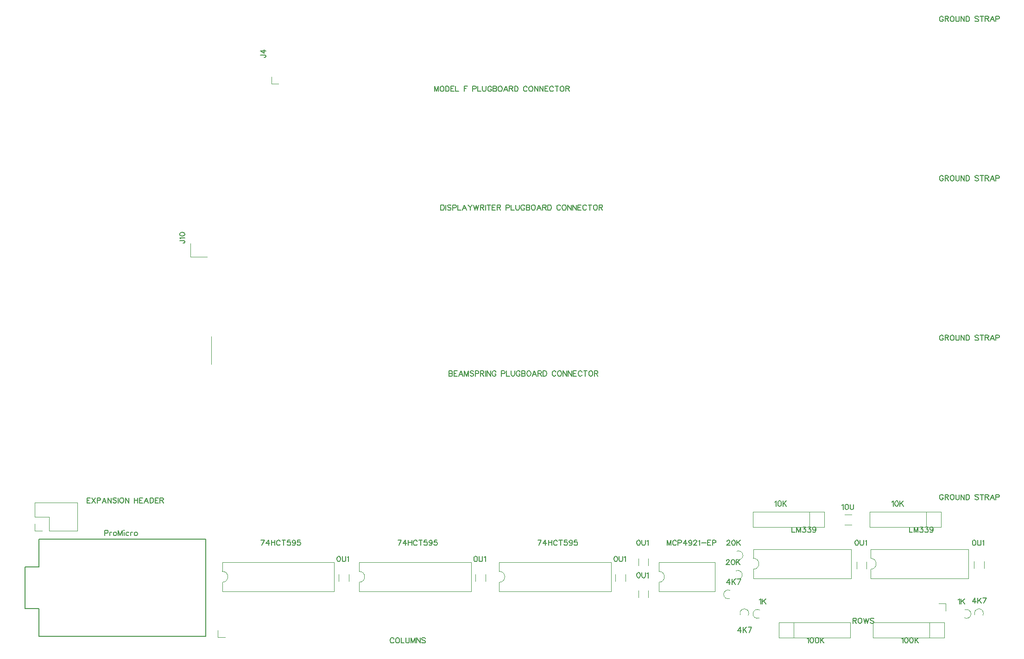
<source format=gto>
G04 Layer: TopSilkLayer*
G04 EasyEDA v6.3.43, 2020-05-25T11:21:51+02:00*
G04 b2f46ff1345c4209a88c0a1db2e3f32b,10*
G04 Gerber Generator version 0.2*
G04 Scale: 100 percent, Rotated: No, Reflected: No *
G04 Dimensions in inches *
G04 leading zeros omitted , absolute positions ,2 integer and 4 decimal *
%FSLAX24Y24*%
%MOIN*%
G90*
G70D02*

%ADD20C,0.005910*%
%ADD21C,0.004720*%

%LPD*%
G54D20*
G01X13031Y718D02*
G01X13031Y7718D01*
G01X1031Y7718D01*
G01X1031Y5718D01*
G01X31Y5718D01*
G01X31Y2718D01*
G01X1031Y2718D01*
G01X1031Y718D01*
G01X13031Y718D01*
G54D21*
G01X65765Y3101D02*
G01X66289Y3101D01*
G01X66289Y2578D01*
G01X14437Y648D02*
G01X13913Y648D01*
G01X13913Y1171D01*
G01X11959Y29041D02*
G01X11959Y28062D01*
G01X13156Y28062D01*
G01X18281Y40515D02*
G01X17781Y40515D01*
G01X17781Y41015D01*
G01X13435Y22328D02*
G01X13435Y20328D01*
G01X60882Y5559D02*
G01X60882Y4909D01*
G01X67929Y4909D01*
G01X67929Y6996D01*
G01X60882Y6996D01*
G01X60882Y6346D01*
G01X55343Y1723D02*
G01X55343Y620D01*
G01X54276Y620D02*
G01X59410Y620D01*
G01X59410Y1723D01*
G01X54276Y1723D01*
G01X54276Y620D01*
G01X1281Y8320D02*
G01X757Y8320D01*
G01X757Y8843D01*
G01X3804Y10367D02*
G01X3804Y8320D01*
G01X1781Y8320D01*
G01X1781Y9343D01*
G01X757Y9343D01*
G01X757Y10367D01*
G01X3804Y10367D01*
G01X52445Y5559D02*
G01X52445Y4909D01*
G01X59492Y4909D01*
G01X59492Y6996D01*
G01X52445Y6996D01*
G01X52445Y6346D01*
G01X64890Y8589D02*
G01X64890Y9691D01*
G01X65957Y9691D02*
G01X60823Y9691D01*
G01X60823Y8589D01*
G01X65957Y8589D01*
G01X65957Y9691D01*
G01X44893Y4021D02*
G01X44893Y3525D01*
G01X44168Y4021D02*
G01X44168Y3525D01*
G01X44168Y6318D02*
G01X44168Y5822D01*
G01X44893Y6318D02*
G01X44893Y5822D01*
G01X45648Y4621D02*
G01X45648Y3972D01*
G01X49695Y3972D01*
G01X49695Y6058D01*
G01X45648Y6058D01*
G01X45648Y5409D01*
G01X34163Y4621D02*
G01X34163Y3972D01*
G01X42211Y3972D01*
G01X42211Y6058D01*
G01X34163Y6058D01*
G01X34163Y5409D01*
G01X24085Y4621D02*
G01X24085Y3972D01*
G01X32133Y3972D01*
G01X32133Y6058D01*
G01X24085Y6058D01*
G01X24085Y5409D01*
G01X59521Y8778D02*
G01X59025Y8778D01*
G01X59521Y9502D02*
G01X59025Y9502D01*
G01X23331Y4697D02*
G01X23331Y5192D01*
G01X22606Y4697D02*
G01X22606Y5192D01*
G01X33174Y4697D02*
G01X33174Y5192D01*
G01X32450Y4697D02*
G01X32450Y5192D01*
G01X42528Y4697D02*
G01X42528Y5192D01*
G01X43252Y4697D02*
G01X43252Y5192D01*
G01X69034Y6130D02*
G01X69034Y5635D01*
G01X68309Y6130D02*
G01X68309Y5635D01*
G01X59872Y6083D02*
G01X59872Y5588D01*
G01X60596Y6083D02*
G01X60596Y5588D01*
G01X66191Y620D02*
G01X66191Y1723D01*
G01X61058Y1723D01*
G01X61058Y620D01*
G01X66191Y620D01*
G01X65125Y620D02*
G01X65125Y1723D01*
G01X57535Y8589D02*
G01X57535Y9691D01*
G01X52401Y9691D01*
G01X52401Y8589D01*
G01X57535Y8589D01*
G01X56468Y8589D02*
G01X56468Y9691D01*
G01X14242Y4621D02*
G01X14242Y3972D01*
G01X22289Y3972D01*
G01X22289Y6058D01*
G01X14242Y6058D01*
G01X14242Y5409D01*
G54D20*
G01X5771Y8365D02*
G01X5771Y7990D01*
G01X5771Y8365D02*
G01X5932Y8365D01*
G01X5986Y8347D01*
G01X6004Y8330D01*
G01X6022Y8294D01*
G01X6022Y8240D01*
G01X6004Y8204D01*
G01X5986Y8186D01*
G01X5932Y8169D01*
G01X5771Y8169D01*
G01X6140Y8240D02*
G01X6140Y7990D01*
G01X6140Y8133D02*
G01X6158Y8186D01*
G01X6193Y8222D01*
G01X6229Y8240D01*
G01X6283Y8240D01*
G01X6490Y8240D02*
G01X6455Y8222D01*
G01X6419Y8186D01*
G01X6401Y8133D01*
G01X6401Y8097D01*
G01X6419Y8043D01*
G01X6455Y8007D01*
G01X6490Y7990D01*
G01X6544Y7990D01*
G01X6580Y8007D01*
G01X6616Y8043D01*
G01X6634Y8097D01*
G01X6634Y8133D01*
G01X6616Y8186D01*
G01X6580Y8222D01*
G01X6544Y8240D01*
G01X6490Y8240D01*
G01X6752Y8365D02*
G01X6752Y7990D01*
G01X6752Y8365D02*
G01X6895Y7990D01*
G01X7038Y8365D02*
G01X6895Y7990D01*
G01X7038Y8365D02*
G01X7038Y7990D01*
G01X7156Y8365D02*
G01X7174Y8347D01*
G01X7192Y8365D01*
G01X7174Y8383D01*
G01X7156Y8365D01*
G01X7174Y8240D02*
G01X7174Y7990D01*
G01X7525Y8186D02*
G01X7489Y8222D01*
G01X7453Y8240D01*
G01X7400Y8240D01*
G01X7364Y8222D01*
G01X7328Y8186D01*
G01X7310Y8133D01*
G01X7310Y8097D01*
G01X7328Y8043D01*
G01X7364Y8007D01*
G01X7400Y7990D01*
G01X7453Y7990D01*
G01X7489Y8007D01*
G01X7525Y8043D01*
G01X7643Y8240D02*
G01X7643Y7990D01*
G01X7643Y8133D02*
G01X7661Y8186D01*
G01X7697Y8222D01*
G01X7732Y8240D01*
G01X7786Y8240D01*
G01X7994Y8240D02*
G01X7958Y8222D01*
G01X7922Y8186D01*
G01X7904Y8133D01*
G01X7904Y8097D01*
G01X7922Y8043D01*
G01X7958Y8007D01*
G01X7994Y7990D01*
G01X8047Y7990D01*
G01X8083Y8007D01*
G01X8119Y8043D01*
G01X8137Y8097D01*
G01X8137Y8133D01*
G01X8119Y8186D01*
G01X8083Y8222D01*
G01X8047Y8240D01*
G01X7994Y8240D01*
G01X59604Y2037D02*
G01X59604Y1661D01*
G01X59604Y2037D02*
G01X59765Y2037D01*
G01X59819Y2019D01*
G01X59837Y2001D01*
G01X59855Y1966D01*
G01X59855Y1930D01*
G01X59837Y1894D01*
G01X59819Y1876D01*
G01X59765Y1858D01*
G01X59604Y1858D01*
G01X59729Y1858D02*
G01X59855Y1661D01*
G01X60080Y2037D02*
G01X60044Y2019D01*
G01X60009Y1983D01*
G01X59991Y1948D01*
G01X59973Y1894D01*
G01X59973Y1805D01*
G01X59991Y1751D01*
G01X60009Y1715D01*
G01X60044Y1679D01*
G01X60080Y1661D01*
G01X60152Y1661D01*
G01X60187Y1679D01*
G01X60223Y1715D01*
G01X60241Y1751D01*
G01X60259Y1805D01*
G01X60259Y1894D01*
G01X60241Y1948D01*
G01X60223Y1983D01*
G01X60187Y2019D01*
G01X60152Y2037D01*
G01X60080Y2037D01*
G01X60377Y2037D02*
G01X60467Y1661D01*
G01X60556Y2037D02*
G01X60467Y1661D01*
G01X60556Y2037D02*
G01X60646Y1661D01*
G01X60735Y2037D02*
G01X60646Y1661D01*
G01X61104Y1983D02*
G01X61068Y2019D01*
G01X61014Y2037D01*
G01X60943Y2037D01*
G01X60889Y2019D01*
G01X60853Y1983D01*
G01X60853Y1948D01*
G01X60871Y1912D01*
G01X60889Y1894D01*
G01X60925Y1876D01*
G01X61032Y1840D01*
G01X61068Y1822D01*
G01X61086Y1805D01*
G01X61104Y1769D01*
G01X61104Y1715D01*
G01X61068Y1679D01*
G01X61014Y1661D01*
G01X60943Y1661D01*
G01X60889Y1679D01*
G01X60853Y1715D01*
G01X26588Y542D02*
G01X26570Y577D01*
G01X26534Y613D01*
G01X26498Y631D01*
G01X26427Y631D01*
G01X26391Y613D01*
G01X26355Y577D01*
G01X26337Y542D01*
G01X26319Y488D01*
G01X26319Y398D01*
G01X26337Y345D01*
G01X26355Y309D01*
G01X26391Y273D01*
G01X26427Y255D01*
G01X26498Y255D01*
G01X26534Y273D01*
G01X26570Y309D01*
G01X26588Y345D01*
G01X26813Y631D02*
G01X26777Y613D01*
G01X26742Y577D01*
G01X26724Y542D01*
G01X26706Y488D01*
G01X26706Y398D01*
G01X26724Y345D01*
G01X26742Y309D01*
G01X26777Y273D01*
G01X26813Y255D01*
G01X26885Y255D01*
G01X26920Y273D01*
G01X26956Y309D01*
G01X26974Y345D01*
G01X26992Y398D01*
G01X26992Y488D01*
G01X26974Y542D01*
G01X26956Y577D01*
G01X26920Y613D01*
G01X26885Y631D01*
G01X26813Y631D01*
G01X27110Y631D02*
G01X27110Y255D01*
G01X27110Y255D02*
G01X27325Y255D01*
G01X27443Y631D02*
G01X27443Y363D01*
G01X27461Y309D01*
G01X27497Y273D01*
G01X27550Y255D01*
G01X27586Y255D01*
G01X27640Y273D01*
G01X27676Y309D01*
G01X27694Y363D01*
G01X27694Y631D01*
G01X27812Y631D02*
G01X27812Y255D01*
G01X27812Y631D02*
G01X27955Y255D01*
G01X28098Y631D02*
G01X27955Y255D01*
G01X28098Y631D02*
G01X28098Y255D01*
G01X28216Y631D02*
G01X28216Y255D01*
G01X28216Y631D02*
G01X28467Y255D01*
G01X28467Y631D02*
G01X28467Y255D01*
G01X28835Y577D02*
G01X28800Y613D01*
G01X28746Y631D01*
G01X28674Y631D01*
G01X28621Y613D01*
G01X28585Y577D01*
G01X28585Y542D01*
G01X28603Y506D01*
G01X28621Y488D01*
G01X28656Y470D01*
G01X28764Y434D01*
G01X28800Y416D01*
G01X28817Y398D01*
G01X28835Y363D01*
G01X28835Y309D01*
G01X28800Y273D01*
G01X28746Y255D01*
G01X28674Y255D01*
G01X28621Y273D01*
G01X28585Y309D01*
G01X11168Y29237D02*
G01X11454Y29237D01*
G01X11508Y29219D01*
G01X11526Y29202D01*
G01X11543Y29166D01*
G01X11543Y29130D01*
G01X11526Y29094D01*
G01X11508Y29076D01*
G01X11454Y29058D01*
G01X11418Y29058D01*
G01X11239Y29355D02*
G01X11221Y29391D01*
G01X11168Y29445D01*
G01X11543Y29445D01*
G01X11168Y29670D02*
G01X11186Y29617D01*
G01X11239Y29581D01*
G01X11329Y29563D01*
G01X11382Y29563D01*
G01X11472Y29581D01*
G01X11526Y29617D01*
G01X11543Y29670D01*
G01X11543Y29706D01*
G01X11526Y29760D01*
G01X11472Y29796D01*
G01X11382Y29814D01*
G01X11329Y29814D01*
G01X11239Y29796D01*
G01X11186Y29760D01*
G01X11168Y29706D01*
G01X11168Y29670D01*
G01X29959Y31803D02*
G01X29959Y31427D01*
G01X29959Y31803D02*
G01X30084Y31803D01*
G01X30138Y31785D01*
G01X30174Y31749D01*
G01X30192Y31713D01*
G01X30210Y31660D01*
G01X30210Y31570D01*
G01X30192Y31516D01*
G01X30174Y31481D01*
G01X30138Y31445D01*
G01X30084Y31427D01*
G01X29959Y31427D01*
G01X30328Y31803D02*
G01X30328Y31427D01*
G01X30696Y31749D02*
G01X30661Y31785D01*
G01X30607Y31803D01*
G01X30535Y31803D01*
G01X30482Y31785D01*
G01X30446Y31749D01*
G01X30446Y31713D01*
G01X30464Y31678D01*
G01X30482Y31660D01*
G01X30517Y31642D01*
G01X30625Y31606D01*
G01X30661Y31588D01*
G01X30678Y31570D01*
G01X30696Y31534D01*
G01X30696Y31481D01*
G01X30661Y31445D01*
G01X30607Y31427D01*
G01X30535Y31427D01*
G01X30482Y31445D01*
G01X30446Y31481D01*
G01X30815Y31803D02*
G01X30815Y31427D01*
G01X30815Y31803D02*
G01X30976Y31803D01*
G01X31029Y31785D01*
G01X31047Y31767D01*
G01X31065Y31731D01*
G01X31065Y31678D01*
G01X31047Y31642D01*
G01X31029Y31624D01*
G01X30976Y31606D01*
G01X30815Y31606D01*
G01X31183Y31803D02*
G01X31183Y31427D01*
G01X31183Y31427D02*
G01X31398Y31427D01*
G01X31659Y31803D02*
G01X31516Y31427D01*
G01X31659Y31803D02*
G01X31802Y31427D01*
G01X31570Y31552D02*
G01X31749Y31552D01*
G01X31920Y31803D02*
G01X32064Y31624D01*
G01X32064Y31427D01*
G01X32207Y31803D02*
G01X32064Y31624D01*
G01X32325Y31803D02*
G01X32414Y31427D01*
G01X32504Y31803D02*
G01X32414Y31427D01*
G01X32504Y31803D02*
G01X32593Y31427D01*
G01X32683Y31803D02*
G01X32593Y31427D01*
G01X32801Y31803D02*
G01X32801Y31427D01*
G01X32801Y31803D02*
G01X32962Y31803D01*
G01X33016Y31785D01*
G01X33034Y31767D01*
G01X33051Y31731D01*
G01X33051Y31695D01*
G01X33034Y31660D01*
G01X33016Y31642D01*
G01X32962Y31624D01*
G01X32801Y31624D01*
G01X32926Y31624D02*
G01X33051Y31427D01*
G01X33170Y31803D02*
G01X33170Y31427D01*
G01X33413Y31803D02*
G01X33413Y31427D01*
G01X33288Y31803D02*
G01X33538Y31803D01*
G01X33656Y31803D02*
G01X33656Y31427D01*
G01X33656Y31803D02*
G01X33889Y31803D01*
G01X33656Y31624D02*
G01X33799Y31624D01*
G01X33656Y31427D02*
G01X33889Y31427D01*
G01X34007Y31803D02*
G01X34007Y31427D01*
G01X34007Y31803D02*
G01X34168Y31803D01*
G01X34222Y31785D01*
G01X34240Y31767D01*
G01X34258Y31731D01*
G01X34258Y31695D01*
G01X34240Y31660D01*
G01X34222Y31642D01*
G01X34168Y31624D01*
G01X34007Y31624D01*
G01X34132Y31624D02*
G01X34258Y31427D01*
G01X34651Y31803D02*
G01X34651Y31427D01*
G01X34651Y31803D02*
G01X34812Y31803D01*
G01X34866Y31785D01*
G01X34884Y31767D01*
G01X34902Y31731D01*
G01X34902Y31678D01*
G01X34884Y31642D01*
G01X34866Y31624D01*
G01X34812Y31606D01*
G01X34651Y31606D01*
G01X35020Y31803D02*
G01X35020Y31427D01*
G01X35020Y31427D02*
G01X35235Y31427D01*
G01X35353Y31803D02*
G01X35353Y31534D01*
G01X35371Y31481D01*
G01X35406Y31445D01*
G01X35460Y31427D01*
G01X35496Y31427D01*
G01X35550Y31445D01*
G01X35585Y31481D01*
G01X35603Y31534D01*
G01X35603Y31803D01*
G01X35990Y31713D02*
G01X35972Y31749D01*
G01X35936Y31785D01*
G01X35900Y31803D01*
G01X35829Y31803D01*
G01X35793Y31785D01*
G01X35757Y31749D01*
G01X35739Y31713D01*
G01X35721Y31660D01*
G01X35721Y31570D01*
G01X35739Y31516D01*
G01X35757Y31481D01*
G01X35793Y31445D01*
G01X35829Y31427D01*
G01X35900Y31427D01*
G01X35936Y31445D01*
G01X35972Y31481D01*
G01X35990Y31516D01*
G01X35990Y31570D01*
G01X35900Y31570D02*
G01X35990Y31570D01*
G01X36108Y31803D02*
G01X36108Y31427D01*
G01X36108Y31803D02*
G01X36269Y31803D01*
G01X36323Y31785D01*
G01X36341Y31767D01*
G01X36359Y31731D01*
G01X36359Y31695D01*
G01X36341Y31660D01*
G01X36323Y31642D01*
G01X36269Y31624D01*
G01X36108Y31624D02*
G01X36269Y31624D01*
G01X36323Y31606D01*
G01X36341Y31588D01*
G01X36359Y31552D01*
G01X36359Y31499D01*
G01X36341Y31463D01*
G01X36323Y31445D01*
G01X36269Y31427D01*
G01X36108Y31427D01*
G01X36584Y31803D02*
G01X36548Y31785D01*
G01X36512Y31749D01*
G01X36495Y31713D01*
G01X36477Y31660D01*
G01X36477Y31570D01*
G01X36495Y31516D01*
G01X36512Y31481D01*
G01X36548Y31445D01*
G01X36584Y31427D01*
G01X36656Y31427D01*
G01X36691Y31445D01*
G01X36727Y31481D01*
G01X36745Y31516D01*
G01X36763Y31570D01*
G01X36763Y31660D01*
G01X36745Y31713D01*
G01X36727Y31749D01*
G01X36691Y31785D01*
G01X36656Y31803D01*
G01X36584Y31803D01*
G01X37024Y31803D02*
G01X36881Y31427D01*
G01X37024Y31803D02*
G01X37167Y31427D01*
G01X36935Y31552D02*
G01X37114Y31552D01*
G01X37285Y31803D02*
G01X37285Y31427D01*
G01X37285Y31803D02*
G01X37447Y31803D01*
G01X37500Y31785D01*
G01X37518Y31767D01*
G01X37536Y31731D01*
G01X37536Y31695D01*
G01X37518Y31660D01*
G01X37500Y31642D01*
G01X37447Y31624D01*
G01X37285Y31624D01*
G01X37411Y31624D02*
G01X37536Y31427D01*
G01X37654Y31803D02*
G01X37654Y31427D01*
G01X37654Y31803D02*
G01X37779Y31803D01*
G01X37833Y31785D01*
G01X37869Y31749D01*
G01X37887Y31713D01*
G01X37905Y31660D01*
G01X37905Y31570D01*
G01X37887Y31516D01*
G01X37869Y31481D01*
G01X37833Y31445D01*
G01X37779Y31427D01*
G01X37654Y31427D01*
G01X38567Y31713D02*
G01X38549Y31749D01*
G01X38513Y31785D01*
G01X38477Y31803D01*
G01X38406Y31803D01*
G01X38370Y31785D01*
G01X38334Y31749D01*
G01X38316Y31713D01*
G01X38298Y31660D01*
G01X38298Y31570D01*
G01X38316Y31516D01*
G01X38334Y31481D01*
G01X38370Y31445D01*
G01X38406Y31427D01*
G01X38477Y31427D01*
G01X38513Y31445D01*
G01X38549Y31481D01*
G01X38567Y31516D01*
G01X38792Y31803D02*
G01X38757Y31785D01*
G01X38721Y31749D01*
G01X38703Y31713D01*
G01X38685Y31660D01*
G01X38685Y31570D01*
G01X38703Y31516D01*
G01X38721Y31481D01*
G01X38757Y31445D01*
G01X38792Y31427D01*
G01X38864Y31427D01*
G01X38900Y31445D01*
G01X38935Y31481D01*
G01X38953Y31516D01*
G01X38971Y31570D01*
G01X38971Y31660D01*
G01X38953Y31713D01*
G01X38935Y31749D01*
G01X38900Y31785D01*
G01X38864Y31803D01*
G01X38792Y31803D01*
G01X39089Y31803D02*
G01X39089Y31427D01*
G01X39089Y31803D02*
G01X39340Y31427D01*
G01X39340Y31803D02*
G01X39340Y31427D01*
G01X39458Y31803D02*
G01X39458Y31427D01*
G01X39458Y31803D02*
G01X39709Y31427D01*
G01X39709Y31803D02*
G01X39709Y31427D01*
G01X39827Y31803D02*
G01X39827Y31427D01*
G01X39827Y31803D02*
G01X40059Y31803D01*
G01X39827Y31624D02*
G01X39970Y31624D01*
G01X39827Y31427D02*
G01X40059Y31427D01*
G01X40446Y31713D02*
G01X40428Y31749D01*
G01X40392Y31785D01*
G01X40356Y31803D01*
G01X40285Y31803D01*
G01X40249Y31785D01*
G01X40213Y31749D01*
G01X40195Y31713D01*
G01X40177Y31660D01*
G01X40177Y31570D01*
G01X40195Y31516D01*
G01X40213Y31481D01*
G01X40249Y31445D01*
G01X40285Y31427D01*
G01X40356Y31427D01*
G01X40392Y31445D01*
G01X40428Y31481D01*
G01X40446Y31516D01*
G01X40689Y31803D02*
G01X40689Y31427D01*
G01X40564Y31803D02*
G01X40814Y31803D01*
G01X41040Y31803D02*
G01X41004Y31785D01*
G01X40968Y31749D01*
G01X40950Y31713D01*
G01X40933Y31660D01*
G01X40933Y31570D01*
G01X40950Y31516D01*
G01X40968Y31481D01*
G01X41004Y31445D01*
G01X41040Y31427D01*
G01X41112Y31427D01*
G01X41147Y31445D01*
G01X41183Y31481D01*
G01X41201Y31516D01*
G01X41219Y31570D01*
G01X41219Y31660D01*
G01X41201Y31713D01*
G01X41183Y31749D01*
G01X41147Y31785D01*
G01X41112Y31803D01*
G01X41040Y31803D01*
G01X41337Y31803D02*
G01X41337Y31427D01*
G01X41337Y31803D02*
G01X41498Y31803D01*
G01X41552Y31785D01*
G01X41570Y31767D01*
G01X41588Y31731D01*
G01X41588Y31695D01*
G01X41570Y31660D01*
G01X41552Y31642D01*
G01X41498Y31624D01*
G01X41337Y31624D01*
G01X41462Y31624D02*
G01X41588Y31427D01*
G01X16989Y42605D02*
G01X17276Y42605D01*
G01X17329Y42587D01*
G01X17347Y42569D01*
G01X17365Y42534D01*
G01X17365Y42498D01*
G01X17347Y42462D01*
G01X17329Y42444D01*
G01X17276Y42426D01*
G01X17240Y42426D01*
G01X16989Y42902D02*
G01X17240Y42723D01*
G01X17240Y42992D01*
G01X16989Y42902D02*
G01X17365Y42902D01*
G01X29498Y40360D02*
G01X29498Y39984D01*
G01X29498Y40360D02*
G01X29641Y39984D01*
G01X29784Y40360D02*
G01X29641Y39984D01*
G01X29784Y40360D02*
G01X29784Y39984D01*
G01X30010Y40360D02*
G01X29974Y40342D01*
G01X29938Y40306D01*
G01X29920Y40270D01*
G01X29902Y40217D01*
G01X29902Y40127D01*
G01X29920Y40073D01*
G01X29938Y40038D01*
G01X29974Y40002D01*
G01X30010Y39984D01*
G01X30081Y39984D01*
G01X30117Y40002D01*
G01X30153Y40038D01*
G01X30171Y40073D01*
G01X30188Y40127D01*
G01X30188Y40217D01*
G01X30171Y40270D01*
G01X30153Y40306D01*
G01X30117Y40342D01*
G01X30081Y40360D01*
G01X30010Y40360D01*
G01X30307Y40360D02*
G01X30307Y39984D01*
G01X30307Y40360D02*
G01X30432Y40360D01*
G01X30486Y40342D01*
G01X30521Y40306D01*
G01X30539Y40270D01*
G01X30557Y40217D01*
G01X30557Y40127D01*
G01X30539Y40073D01*
G01X30521Y40038D01*
G01X30486Y40002D01*
G01X30432Y39984D01*
G01X30307Y39984D01*
G01X30675Y40360D02*
G01X30675Y39984D01*
G01X30675Y40360D02*
G01X30908Y40360D01*
G01X30675Y40181D02*
G01X30818Y40181D01*
G01X30675Y39984D02*
G01X30908Y39984D01*
G01X31026Y40360D02*
G01X31026Y39984D01*
G01X31026Y39984D02*
G01X31241Y39984D01*
G01X31634Y40360D02*
G01X31634Y39984D01*
G01X31634Y40360D02*
G01X31867Y40360D01*
G01X31634Y40181D02*
G01X31778Y40181D01*
G01X32261Y40360D02*
G01X32261Y39984D01*
G01X32261Y40360D02*
G01X32422Y40360D01*
G01X32476Y40342D01*
G01X32493Y40324D01*
G01X32511Y40288D01*
G01X32511Y40234D01*
G01X32493Y40199D01*
G01X32476Y40181D01*
G01X32422Y40163D01*
G01X32261Y40163D01*
G01X32629Y40360D02*
G01X32629Y39984D01*
G01X32629Y39984D02*
G01X32844Y39984D01*
G01X32962Y40360D02*
G01X32962Y40091D01*
G01X32980Y40038D01*
G01X33016Y40002D01*
G01X33070Y39984D01*
G01X33105Y39984D01*
G01X33159Y40002D01*
G01X33195Y40038D01*
G01X33213Y40091D01*
G01X33213Y40360D01*
G01X33599Y40270D02*
G01X33581Y40306D01*
G01X33546Y40342D01*
G01X33510Y40360D01*
G01X33438Y40360D01*
G01X33402Y40342D01*
G01X33367Y40306D01*
G01X33349Y40270D01*
G01X33331Y40217D01*
G01X33331Y40127D01*
G01X33349Y40073D01*
G01X33367Y40038D01*
G01X33402Y40002D01*
G01X33438Y39984D01*
G01X33510Y39984D01*
G01X33546Y40002D01*
G01X33581Y40038D01*
G01X33599Y40073D01*
G01X33599Y40127D01*
G01X33510Y40127D02*
G01X33599Y40127D01*
G01X33717Y40360D02*
G01X33717Y39984D01*
G01X33717Y40360D02*
G01X33879Y40360D01*
G01X33932Y40342D01*
G01X33950Y40324D01*
G01X33968Y40288D01*
G01X33968Y40252D01*
G01X33950Y40217D01*
G01X33932Y40199D01*
G01X33879Y40181D01*
G01X33717Y40181D02*
G01X33879Y40181D01*
G01X33932Y40163D01*
G01X33950Y40145D01*
G01X33968Y40109D01*
G01X33968Y40055D01*
G01X33950Y40020D01*
G01X33932Y40002D01*
G01X33879Y39984D01*
G01X33717Y39984D01*
G01X34193Y40360D02*
G01X34158Y40342D01*
G01X34122Y40306D01*
G01X34104Y40270D01*
G01X34086Y40217D01*
G01X34086Y40127D01*
G01X34104Y40073D01*
G01X34122Y40038D01*
G01X34158Y40002D01*
G01X34193Y39984D01*
G01X34265Y39984D01*
G01X34301Y40002D01*
G01X34337Y40038D01*
G01X34355Y40073D01*
G01X34372Y40127D01*
G01X34372Y40217D01*
G01X34355Y40270D01*
G01X34337Y40306D01*
G01X34301Y40342D01*
G01X34265Y40360D01*
G01X34193Y40360D01*
G01X34634Y40360D02*
G01X34491Y39984D01*
G01X34634Y40360D02*
G01X34777Y39984D01*
G01X34544Y40109D02*
G01X34723Y40109D01*
G01X34895Y40360D02*
G01X34895Y39984D01*
G01X34895Y40360D02*
G01X35056Y40360D01*
G01X35110Y40342D01*
G01X35128Y40324D01*
G01X35146Y40288D01*
G01X35146Y40252D01*
G01X35128Y40217D01*
G01X35110Y40199D01*
G01X35056Y40181D01*
G01X34895Y40181D01*
G01X35020Y40181D02*
G01X35146Y39984D01*
G01X35264Y40360D02*
G01X35264Y39984D01*
G01X35264Y40360D02*
G01X35389Y40360D01*
G01X35443Y40342D01*
G01X35478Y40306D01*
G01X35496Y40270D01*
G01X35514Y40217D01*
G01X35514Y40127D01*
G01X35496Y40073D01*
G01X35478Y40038D01*
G01X35443Y40002D01*
G01X35389Y39984D01*
G01X35264Y39984D01*
G01X36176Y40270D02*
G01X36158Y40306D01*
G01X36123Y40342D01*
G01X36087Y40360D01*
G01X36015Y40360D01*
G01X35979Y40342D01*
G01X35944Y40306D01*
G01X35926Y40270D01*
G01X35908Y40217D01*
G01X35908Y40127D01*
G01X35926Y40073D01*
G01X35944Y40038D01*
G01X35979Y40002D01*
G01X36015Y39984D01*
G01X36087Y39984D01*
G01X36123Y40002D01*
G01X36158Y40038D01*
G01X36176Y40073D01*
G01X36402Y40360D02*
G01X36366Y40342D01*
G01X36330Y40306D01*
G01X36312Y40270D01*
G01X36294Y40217D01*
G01X36294Y40127D01*
G01X36312Y40073D01*
G01X36330Y40038D01*
G01X36366Y40002D01*
G01X36402Y39984D01*
G01X36473Y39984D01*
G01X36509Y40002D01*
G01X36545Y40038D01*
G01X36563Y40073D01*
G01X36581Y40127D01*
G01X36581Y40217D01*
G01X36563Y40270D01*
G01X36545Y40306D01*
G01X36509Y40342D01*
G01X36473Y40360D01*
G01X36402Y40360D01*
G01X36699Y40360D02*
G01X36699Y39984D01*
G01X36699Y40360D02*
G01X36949Y39984D01*
G01X36949Y40360D02*
G01X36949Y39984D01*
G01X37067Y40360D02*
G01X37067Y39984D01*
G01X37067Y40360D02*
G01X37318Y39984D01*
G01X37318Y40360D02*
G01X37318Y39984D01*
G01X37436Y40360D02*
G01X37436Y39984D01*
G01X37436Y40360D02*
G01X37669Y40360D01*
G01X37436Y40181D02*
G01X37579Y40181D01*
G01X37436Y39984D02*
G01X37669Y39984D01*
G01X38055Y40270D02*
G01X38037Y40306D01*
G01X38002Y40342D01*
G01X37966Y40360D01*
G01X37894Y40360D01*
G01X37858Y40342D01*
G01X37823Y40306D01*
G01X37805Y40270D01*
G01X37787Y40217D01*
G01X37787Y40127D01*
G01X37805Y40073D01*
G01X37823Y40038D01*
G01X37858Y40002D01*
G01X37894Y39984D01*
G01X37966Y39984D01*
G01X38002Y40002D01*
G01X38037Y40038D01*
G01X38055Y40073D01*
G01X38299Y40360D02*
G01X38299Y39984D01*
G01X38173Y40360D02*
G01X38424Y40360D01*
G01X38649Y40360D02*
G01X38614Y40342D01*
G01X38578Y40306D01*
G01X38560Y40270D01*
G01X38542Y40217D01*
G01X38542Y40127D01*
G01X38560Y40073D01*
G01X38578Y40038D01*
G01X38614Y40002D01*
G01X38649Y39984D01*
G01X38721Y39984D01*
G01X38757Y40002D01*
G01X38793Y40038D01*
G01X38810Y40073D01*
G01X38828Y40127D01*
G01X38828Y40217D01*
G01X38810Y40270D01*
G01X38793Y40306D01*
G01X38757Y40342D01*
G01X38721Y40360D01*
G01X38649Y40360D01*
G01X38947Y40360D02*
G01X38947Y39984D01*
G01X38947Y40360D02*
G01X39108Y40360D01*
G01X39161Y40342D01*
G01X39179Y40324D01*
G01X39197Y40288D01*
G01X39197Y40252D01*
G01X39179Y40217D01*
G01X39161Y40199D01*
G01X39108Y40181D01*
G01X38947Y40181D01*
G01X39072Y40181D02*
G01X39197Y39984D01*
G01X30538Y19850D02*
G01X30538Y19474D01*
G01X30538Y19850D02*
G01X30699Y19850D01*
G01X30753Y19832D01*
G01X30770Y19814D01*
G01X30788Y19778D01*
G01X30788Y19742D01*
G01X30770Y19707D01*
G01X30753Y19689D01*
G01X30699Y19671D01*
G01X30538Y19671D02*
G01X30699Y19671D01*
G01X30753Y19653D01*
G01X30770Y19635D01*
G01X30788Y19599D01*
G01X30788Y19545D01*
G01X30770Y19510D01*
G01X30753Y19492D01*
G01X30699Y19474D01*
G01X30538Y19474D01*
G01X30906Y19850D02*
G01X30906Y19474D01*
G01X30906Y19850D02*
G01X31139Y19850D01*
G01X30906Y19671D02*
G01X31050Y19671D01*
G01X30906Y19474D02*
G01X31139Y19474D01*
G01X31400Y19850D02*
G01X31257Y19474D01*
G01X31400Y19850D02*
G01X31544Y19474D01*
G01X31311Y19599D02*
G01X31490Y19599D01*
G01X31662Y19850D02*
G01X31662Y19474D01*
G01X31662Y19850D02*
G01X31805Y19474D01*
G01X31948Y19850D02*
G01X31805Y19474D01*
G01X31948Y19850D02*
G01X31948Y19474D01*
G01X32317Y19796D02*
G01X32281Y19832D01*
G01X32227Y19850D01*
G01X32156Y19850D01*
G01X32102Y19832D01*
G01X32066Y19796D01*
G01X32066Y19760D01*
G01X32084Y19724D01*
G01X32102Y19707D01*
G01X32138Y19689D01*
G01X32245Y19653D01*
G01X32281Y19635D01*
G01X32299Y19617D01*
G01X32317Y19581D01*
G01X32317Y19528D01*
G01X32281Y19492D01*
G01X32227Y19474D01*
G01X32156Y19474D01*
G01X32102Y19492D01*
G01X32066Y19528D01*
G01X32435Y19850D02*
G01X32435Y19474D01*
G01X32435Y19850D02*
G01X32596Y19850D01*
G01X32649Y19832D01*
G01X32667Y19814D01*
G01X32685Y19778D01*
G01X32685Y19724D01*
G01X32667Y19689D01*
G01X32649Y19671D01*
G01X32596Y19653D01*
G01X32435Y19653D01*
G01X32803Y19850D02*
G01X32803Y19474D01*
G01X32803Y19850D02*
G01X32964Y19850D01*
G01X33018Y19832D01*
G01X33036Y19814D01*
G01X33054Y19778D01*
G01X33054Y19742D01*
G01X33036Y19707D01*
G01X33018Y19689D01*
G01X32964Y19671D01*
G01X32803Y19671D01*
G01X32929Y19671D02*
G01X33054Y19474D01*
G01X33172Y19850D02*
G01X33172Y19474D01*
G01X33290Y19850D02*
G01X33290Y19474D01*
G01X33290Y19850D02*
G01X33541Y19474D01*
G01X33541Y19850D02*
G01X33541Y19474D01*
G01X33927Y19760D02*
G01X33909Y19796D01*
G01X33874Y19832D01*
G01X33838Y19850D01*
G01X33766Y19850D01*
G01X33730Y19832D01*
G01X33695Y19796D01*
G01X33677Y19760D01*
G01X33659Y19707D01*
G01X33659Y19617D01*
G01X33677Y19563D01*
G01X33695Y19528D01*
G01X33730Y19492D01*
G01X33766Y19474D01*
G01X33838Y19474D01*
G01X33874Y19492D01*
G01X33909Y19528D01*
G01X33927Y19563D01*
G01X33927Y19617D01*
G01X33838Y19617D02*
G01X33927Y19617D01*
G01X34321Y19850D02*
G01X34321Y19474D01*
G01X34321Y19850D02*
G01X34482Y19850D01*
G01X34536Y19832D01*
G01X34554Y19814D01*
G01X34571Y19778D01*
G01X34571Y19724D01*
G01X34554Y19689D01*
G01X34536Y19671D01*
G01X34482Y19653D01*
G01X34321Y19653D01*
G01X34690Y19850D02*
G01X34690Y19474D01*
G01X34690Y19474D02*
G01X34904Y19474D01*
G01X35022Y19850D02*
G01X35022Y19581D01*
G01X35040Y19528D01*
G01X35076Y19492D01*
G01X35130Y19474D01*
G01X35166Y19474D01*
G01X35219Y19492D01*
G01X35255Y19528D01*
G01X35273Y19581D01*
G01X35273Y19850D01*
G01X35659Y19760D02*
G01X35642Y19796D01*
G01X35606Y19832D01*
G01X35570Y19850D01*
G01X35498Y19850D01*
G01X35463Y19832D01*
G01X35427Y19796D01*
G01X35409Y19760D01*
G01X35391Y19707D01*
G01X35391Y19617D01*
G01X35409Y19563D01*
G01X35427Y19528D01*
G01X35463Y19492D01*
G01X35498Y19474D01*
G01X35570Y19474D01*
G01X35606Y19492D01*
G01X35642Y19528D01*
G01X35659Y19563D01*
G01X35659Y19617D01*
G01X35570Y19617D02*
G01X35659Y19617D01*
G01X35778Y19850D02*
G01X35778Y19474D01*
G01X35778Y19850D02*
G01X35939Y19850D01*
G01X35992Y19832D01*
G01X36010Y19814D01*
G01X36028Y19778D01*
G01X36028Y19742D01*
G01X36010Y19707D01*
G01X35992Y19689D01*
G01X35939Y19671D01*
G01X35778Y19671D02*
G01X35939Y19671D01*
G01X35992Y19653D01*
G01X36010Y19635D01*
G01X36028Y19599D01*
G01X36028Y19545D01*
G01X36010Y19510D01*
G01X35992Y19492D01*
G01X35939Y19474D01*
G01X35778Y19474D01*
G01X36254Y19850D02*
G01X36218Y19832D01*
G01X36182Y19796D01*
G01X36164Y19760D01*
G01X36146Y19707D01*
G01X36146Y19617D01*
G01X36164Y19563D01*
G01X36182Y19528D01*
G01X36218Y19492D01*
G01X36254Y19474D01*
G01X36325Y19474D01*
G01X36361Y19492D01*
G01X36397Y19528D01*
G01X36415Y19563D01*
G01X36433Y19617D01*
G01X36433Y19707D01*
G01X36415Y19760D01*
G01X36397Y19796D01*
G01X36361Y19832D01*
G01X36325Y19850D01*
G01X36254Y19850D01*
G01X36694Y19850D02*
G01X36551Y19474D01*
G01X36694Y19850D02*
G01X36837Y19474D01*
G01X36604Y19599D02*
G01X36783Y19599D01*
G01X36955Y19850D02*
G01X36955Y19474D01*
G01X36955Y19850D02*
G01X37116Y19850D01*
G01X37170Y19832D01*
G01X37188Y19814D01*
G01X37206Y19778D01*
G01X37206Y19742D01*
G01X37188Y19707D01*
G01X37170Y19689D01*
G01X37116Y19671D01*
G01X36955Y19671D01*
G01X37080Y19671D02*
G01X37206Y19474D01*
G01X37324Y19850D02*
G01X37324Y19474D01*
G01X37324Y19850D02*
G01X37449Y19850D01*
G01X37503Y19832D01*
G01X37539Y19796D01*
G01X37556Y19760D01*
G01X37574Y19707D01*
G01X37574Y19617D01*
G01X37556Y19563D01*
G01X37539Y19528D01*
G01X37503Y19492D01*
G01X37449Y19474D01*
G01X37324Y19474D01*
G01X38236Y19760D02*
G01X38219Y19796D01*
G01X38183Y19832D01*
G01X38147Y19850D01*
G01X38075Y19850D01*
G01X38040Y19832D01*
G01X38004Y19796D01*
G01X37986Y19760D01*
G01X37968Y19707D01*
G01X37968Y19617D01*
G01X37986Y19563D01*
G01X38004Y19528D01*
G01X38040Y19492D01*
G01X38075Y19474D01*
G01X38147Y19474D01*
G01X38183Y19492D01*
G01X38219Y19528D01*
G01X38236Y19563D01*
G01X38462Y19850D02*
G01X38426Y19832D01*
G01X38390Y19796D01*
G01X38372Y19760D01*
G01X38355Y19707D01*
G01X38355Y19617D01*
G01X38372Y19563D01*
G01X38390Y19528D01*
G01X38426Y19492D01*
G01X38462Y19474D01*
G01X38533Y19474D01*
G01X38569Y19492D01*
G01X38605Y19528D01*
G01X38623Y19563D01*
G01X38641Y19617D01*
G01X38641Y19707D01*
G01X38623Y19760D01*
G01X38605Y19796D01*
G01X38569Y19832D01*
G01X38533Y19850D01*
G01X38462Y19850D01*
G01X38759Y19850D02*
G01X38759Y19474D01*
G01X38759Y19850D02*
G01X39010Y19474D01*
G01X39010Y19850D02*
G01X39010Y19474D01*
G01X39128Y19850D02*
G01X39128Y19474D01*
G01X39128Y19850D02*
G01X39378Y19474D01*
G01X39378Y19850D02*
G01X39378Y19474D01*
G01X39496Y19850D02*
G01X39496Y19474D01*
G01X39496Y19850D02*
G01X39729Y19850D01*
G01X39496Y19671D02*
G01X39639Y19671D01*
G01X39496Y19474D02*
G01X39729Y19474D01*
G01X40115Y19760D02*
G01X40098Y19796D01*
G01X40062Y19832D01*
G01X40026Y19850D01*
G01X39954Y19850D01*
G01X39919Y19832D01*
G01X39883Y19796D01*
G01X39865Y19760D01*
G01X39847Y19707D01*
G01X39847Y19617D01*
G01X39865Y19563D01*
G01X39883Y19528D01*
G01X39919Y19492D01*
G01X39954Y19474D01*
G01X40026Y19474D01*
G01X40062Y19492D01*
G01X40098Y19528D01*
G01X40115Y19563D01*
G01X40359Y19850D02*
G01X40359Y19474D01*
G01X40234Y19850D02*
G01X40484Y19850D01*
G01X40710Y19850D02*
G01X40674Y19832D01*
G01X40638Y19796D01*
G01X40620Y19760D01*
G01X40602Y19707D01*
G01X40602Y19617D01*
G01X40620Y19563D01*
G01X40638Y19528D01*
G01X40674Y19492D01*
G01X40710Y19474D01*
G01X40781Y19474D01*
G01X40817Y19492D01*
G01X40853Y19528D01*
G01X40871Y19563D01*
G01X40889Y19617D01*
G01X40889Y19707D01*
G01X40871Y19760D01*
G01X40853Y19796D01*
G01X40817Y19832D01*
G01X40781Y19850D01*
G01X40710Y19850D01*
G01X41007Y19850D02*
G01X41007Y19474D01*
G01X41007Y19850D02*
G01X41168Y19850D01*
G01X41221Y19832D01*
G01X41239Y19814D01*
G01X41257Y19778D01*
G01X41257Y19742D01*
G01X41239Y19707D01*
G01X41221Y19689D01*
G01X41168Y19671D01*
G01X41007Y19671D01*
G01X41132Y19671D02*
G01X41257Y19474D01*
G01X63665Y8600D02*
G01X63665Y8224D01*
G01X63665Y8224D02*
G01X63880Y8224D01*
G01X63998Y8600D02*
G01X63998Y8224D01*
G01X63998Y8600D02*
G01X64141Y8224D01*
G01X64285Y8600D02*
G01X64141Y8224D01*
G01X64285Y8600D02*
G01X64285Y8224D01*
G01X64438Y8600D02*
G01X64635Y8600D01*
G01X64528Y8457D01*
G01X64582Y8457D01*
G01X64617Y8439D01*
G01X64635Y8421D01*
G01X64653Y8367D01*
G01X64653Y8331D01*
G01X64635Y8278D01*
G01X64600Y8242D01*
G01X64546Y8224D01*
G01X64492Y8224D01*
G01X64438Y8242D01*
G01X64421Y8260D01*
G01X64403Y8295D01*
G01X64807Y8600D02*
G01X65004Y8600D01*
G01X64897Y8457D01*
G01X64950Y8457D01*
G01X64986Y8439D01*
G01X65004Y8421D01*
G01X65022Y8367D01*
G01X65022Y8331D01*
G01X65004Y8278D01*
G01X64968Y8242D01*
G01X64915Y8224D01*
G01X64861Y8224D01*
G01X64807Y8242D01*
G01X64789Y8260D01*
G01X64771Y8295D01*
G01X65373Y8474D02*
G01X65355Y8421D01*
G01X65319Y8385D01*
G01X65265Y8367D01*
G01X65247Y8367D01*
G01X65194Y8385D01*
G01X65158Y8421D01*
G01X65140Y8474D01*
G01X65140Y8492D01*
G01X65158Y8546D01*
G01X65194Y8582D01*
G01X65247Y8600D01*
G01X65265Y8600D01*
G01X65319Y8582D01*
G01X65355Y8546D01*
G01X65373Y8474D01*
G01X65373Y8385D01*
G01X65355Y8295D01*
G01X65319Y8242D01*
G01X65265Y8224D01*
G01X65229Y8224D01*
G01X65176Y8242D01*
G01X65158Y8278D01*
G01X51503Y1379D02*
G01X51324Y1128D01*
G01X51593Y1128D01*
G01X51503Y1379D02*
G01X51503Y1003D01*
G01X51711Y1379D02*
G01X51711Y1003D01*
G01X51961Y1379D02*
G01X51711Y1128D01*
G01X51800Y1218D02*
G01X51961Y1003D01*
G01X52330Y1379D02*
G01X52151Y1003D01*
G01X52079Y1379D02*
G01X52330Y1379D01*
G01X67185Y3372D02*
G01X67220Y3390D01*
G01X67274Y3443D01*
G01X67274Y3068D01*
G01X67392Y3443D02*
G01X67392Y3068D01*
G01X67643Y3443D02*
G01X67392Y3193D01*
G01X67482Y3282D02*
G01X67643Y3068D01*
G01X56323Y559D02*
G01X56359Y577D01*
G01X56412Y631D01*
G01X56412Y255D01*
G01X56638Y631D02*
G01X56584Y613D01*
G01X56548Y559D01*
G01X56530Y470D01*
G01X56530Y416D01*
G01X56548Y327D01*
G01X56584Y273D01*
G01X56638Y255D01*
G01X56674Y255D01*
G01X56727Y273D01*
G01X56763Y327D01*
G01X56781Y416D01*
G01X56781Y470D01*
G01X56763Y559D01*
G01X56727Y613D01*
G01X56674Y631D01*
G01X56638Y631D01*
G01X57007Y631D02*
G01X56953Y613D01*
G01X56917Y559D01*
G01X56899Y470D01*
G01X56899Y416D01*
G01X56917Y327D01*
G01X56953Y273D01*
G01X57007Y255D01*
G01X57042Y255D01*
G01X57096Y273D01*
G01X57132Y327D01*
G01X57150Y416D01*
G01X57150Y470D01*
G01X57132Y559D01*
G01X57096Y613D01*
G01X57042Y631D01*
G01X57007Y631D01*
G01X57268Y631D02*
G01X57268Y255D01*
G01X57518Y631D02*
G01X57268Y380D01*
G01X57357Y470D02*
G01X57518Y255D01*
G01X4511Y10709D02*
G01X4511Y10333D01*
G01X4511Y10709D02*
G01X4744Y10709D01*
G01X4511Y10530D02*
G01X4654Y10530D01*
G01X4511Y10333D02*
G01X4744Y10333D01*
G01X4862Y10709D02*
G01X5113Y10333D01*
G01X5113Y10709D02*
G01X4862Y10333D01*
G01X5231Y10709D02*
G01X5231Y10333D01*
G01X5231Y10709D02*
G01X5392Y10709D01*
G01X5445Y10691D01*
G01X5463Y10673D01*
G01X5481Y10637D01*
G01X5481Y10584D01*
G01X5463Y10548D01*
G01X5445Y10530D01*
G01X5392Y10512D01*
G01X5231Y10512D01*
G01X5743Y10709D02*
G01X5599Y10333D01*
G01X5743Y10709D02*
G01X5886Y10333D01*
G01X5653Y10459D02*
G01X5832Y10459D01*
G01X6004Y10709D02*
G01X6004Y10333D01*
G01X6004Y10709D02*
G01X6254Y10333D01*
G01X6254Y10709D02*
G01X6254Y10333D01*
G01X6623Y10655D02*
G01X6587Y10691D01*
G01X6533Y10709D01*
G01X6462Y10709D01*
G01X6408Y10691D01*
G01X6372Y10655D01*
G01X6372Y10620D01*
G01X6390Y10584D01*
G01X6408Y10566D01*
G01X6444Y10548D01*
G01X6551Y10512D01*
G01X6587Y10494D01*
G01X6605Y10476D01*
G01X6623Y10441D01*
G01X6623Y10387D01*
G01X6587Y10351D01*
G01X6533Y10333D01*
G01X6462Y10333D01*
G01X6408Y10351D01*
G01X6372Y10387D01*
G01X6741Y10709D02*
G01X6741Y10333D01*
G01X6967Y10709D02*
G01X6931Y10691D01*
G01X6895Y10655D01*
G01X6877Y10620D01*
G01X6859Y10566D01*
G01X6859Y10476D01*
G01X6877Y10423D01*
G01X6895Y10387D01*
G01X6931Y10351D01*
G01X6967Y10333D01*
G01X7038Y10333D01*
G01X7074Y10351D01*
G01X7110Y10387D01*
G01X7128Y10423D01*
G01X7146Y10476D01*
G01X7146Y10566D01*
G01X7128Y10620D01*
G01X7110Y10655D01*
G01X7074Y10691D01*
G01X7038Y10709D01*
G01X6967Y10709D01*
G01X7264Y10709D02*
G01X7264Y10333D01*
G01X7264Y10709D02*
G01X7514Y10333D01*
G01X7514Y10709D02*
G01X7514Y10333D01*
G01X7908Y10709D02*
G01X7908Y10333D01*
G01X8158Y10709D02*
G01X8158Y10333D01*
G01X7908Y10530D02*
G01X8158Y10530D01*
G01X8277Y10709D02*
G01X8277Y10333D01*
G01X8277Y10709D02*
G01X8509Y10709D01*
G01X8277Y10530D02*
G01X8420Y10530D01*
G01X8277Y10333D02*
G01X8509Y10333D01*
G01X8770Y10709D02*
G01X8627Y10333D01*
G01X8770Y10709D02*
G01X8914Y10333D01*
G01X8681Y10459D02*
G01X8860Y10459D01*
G01X9032Y10709D02*
G01X9032Y10333D01*
G01X9032Y10709D02*
G01X9157Y10709D01*
G01X9211Y10691D01*
G01X9246Y10655D01*
G01X9264Y10620D01*
G01X9282Y10566D01*
G01X9282Y10476D01*
G01X9264Y10423D01*
G01X9246Y10387D01*
G01X9211Y10351D01*
G01X9157Y10333D01*
G01X9032Y10333D01*
G01X9400Y10709D02*
G01X9400Y10333D01*
G01X9400Y10709D02*
G01X9633Y10709D01*
G01X9400Y10530D02*
G01X9544Y10530D01*
G01X9400Y10333D02*
G01X9633Y10333D01*
G01X9751Y10709D02*
G01X9751Y10333D01*
G01X9751Y10709D02*
G01X9912Y10709D01*
G01X9966Y10691D01*
G01X9984Y10673D01*
G01X10002Y10637D01*
G01X10002Y10602D01*
G01X9984Y10566D01*
G01X9966Y10548D01*
G01X9912Y10530D01*
G01X9751Y10530D01*
G01X9876Y10530D02*
G01X10002Y10333D01*
G01X55228Y8600D02*
G01X55228Y8224D01*
G01X55228Y8224D02*
G01X55443Y8224D01*
G01X55561Y8600D02*
G01X55561Y8224D01*
G01X55561Y8600D02*
G01X55704Y8224D01*
G01X55847Y8600D02*
G01X55704Y8224D01*
G01X55847Y8600D02*
G01X55847Y8224D01*
G01X56001Y8600D02*
G01X56198Y8600D01*
G01X56090Y8457D01*
G01X56144Y8457D01*
G01X56180Y8439D01*
G01X56198Y8421D01*
G01X56216Y8367D01*
G01X56216Y8331D01*
G01X56198Y8278D01*
G01X56162Y8242D01*
G01X56108Y8224D01*
G01X56055Y8224D01*
G01X56001Y8242D01*
G01X55983Y8260D01*
G01X55965Y8295D01*
G01X56370Y8600D02*
G01X56566Y8600D01*
G01X56459Y8457D01*
G01X56513Y8457D01*
G01X56549Y8439D01*
G01X56566Y8421D01*
G01X56584Y8367D01*
G01X56584Y8331D01*
G01X56566Y8278D01*
G01X56531Y8242D01*
G01X56477Y8224D01*
G01X56423Y8224D01*
G01X56370Y8242D01*
G01X56352Y8260D01*
G01X56334Y8295D01*
G01X56935Y8474D02*
G01X56917Y8421D01*
G01X56881Y8385D01*
G01X56828Y8367D01*
G01X56810Y8367D01*
G01X56756Y8385D01*
G01X56720Y8421D01*
G01X56702Y8474D01*
G01X56702Y8492D01*
G01X56720Y8546D01*
G01X56756Y8582D01*
G01X56810Y8600D01*
G01X56828Y8600D01*
G01X56881Y8582D01*
G01X56917Y8546D01*
G01X56935Y8474D01*
G01X56935Y8385D01*
G01X56917Y8295D01*
G01X56881Y8242D01*
G01X56828Y8224D01*
G01X56792Y8224D01*
G01X56738Y8242D01*
G01X56720Y8278D01*
G01X62418Y10410D02*
G01X62454Y10428D01*
G01X62507Y10482D01*
G01X62507Y10106D01*
G01X62733Y10482D02*
G01X62679Y10464D01*
G01X62643Y10410D01*
G01X62625Y10321D01*
G01X62625Y10267D01*
G01X62643Y10178D01*
G01X62679Y10124D01*
G01X62733Y10106D01*
G01X62769Y10106D01*
G01X62822Y10124D01*
G01X62858Y10178D01*
G01X62876Y10267D01*
G01X62876Y10321D01*
G01X62858Y10410D01*
G01X62822Y10464D01*
G01X62769Y10482D01*
G01X62733Y10482D01*
G01X62994Y10482D02*
G01X62994Y10106D01*
G01X63245Y10482D02*
G01X62994Y10232D01*
G01X63084Y10321D02*
G01X63245Y10106D01*
G01X44166Y5318D02*
G01X44112Y5301D01*
G01X44076Y5247D01*
G01X44059Y5157D01*
G01X44059Y5104D01*
G01X44076Y5014D01*
G01X44112Y4961D01*
G01X44166Y4943D01*
G01X44202Y4943D01*
G01X44255Y4961D01*
G01X44291Y5014D01*
G01X44309Y5104D01*
G01X44309Y5157D01*
G01X44291Y5247D01*
G01X44255Y5301D01*
G01X44202Y5318D01*
G01X44166Y5318D01*
G01X44427Y5318D02*
G01X44427Y5050D01*
G01X44445Y4996D01*
G01X44481Y4961D01*
G01X44535Y4943D01*
G01X44570Y4943D01*
G01X44624Y4961D01*
G01X44660Y4996D01*
G01X44678Y5050D01*
G01X44678Y5318D01*
G01X44796Y5247D02*
G01X44832Y5265D01*
G01X44885Y5318D01*
G01X44885Y4943D01*
G01X44166Y7662D02*
G01X44112Y7644D01*
G01X44076Y7591D01*
G01X44059Y7501D01*
G01X44059Y7447D01*
G01X44076Y7358D01*
G01X44112Y7304D01*
G01X44166Y7286D01*
G01X44202Y7286D01*
G01X44255Y7304D01*
G01X44291Y7358D01*
G01X44309Y7447D01*
G01X44309Y7501D01*
G01X44291Y7591D01*
G01X44255Y7644D01*
G01X44202Y7662D01*
G01X44166Y7662D01*
G01X44427Y7662D02*
G01X44427Y7394D01*
G01X44445Y7340D01*
G01X44481Y7304D01*
G01X44535Y7286D01*
G01X44570Y7286D01*
G01X44624Y7304D01*
G01X44660Y7340D01*
G01X44678Y7394D01*
G01X44678Y7662D01*
G01X44796Y7591D02*
G01X44832Y7608D01*
G01X44885Y7662D01*
G01X44885Y7286D01*
G01X50499Y6167D02*
G01X50499Y6184D01*
G01X50517Y6220D01*
G01X50535Y6238D01*
G01X50571Y6256D01*
G01X50642Y6256D01*
G01X50678Y6238D01*
G01X50696Y6220D01*
G01X50714Y6184D01*
G01X50714Y6149D01*
G01X50696Y6113D01*
G01X50660Y6059D01*
G01X50481Y5880D01*
G01X50732Y5880D01*
G01X50957Y6256D02*
G01X50904Y6238D01*
G01X50868Y6184D01*
G01X50850Y6095D01*
G01X50850Y6041D01*
G01X50868Y5952D01*
G01X50904Y5898D01*
G01X50957Y5880D01*
G01X50993Y5880D01*
G01X51047Y5898D01*
G01X51083Y5952D01*
G01X51100Y6041D01*
G01X51100Y6095D01*
G01X51083Y6184D01*
G01X51047Y6238D01*
G01X50993Y6256D01*
G01X50957Y6256D01*
G01X51219Y6256D02*
G01X51219Y5880D01*
G01X51469Y6256D02*
G01X51219Y6005D01*
G01X51308Y6095D02*
G01X51469Y5880D01*
G01X50544Y7573D02*
G01X50544Y7591D01*
G01X50562Y7626D01*
G01X50580Y7644D01*
G01X50616Y7662D01*
G01X50687Y7662D01*
G01X50723Y7644D01*
G01X50741Y7626D01*
G01X50759Y7591D01*
G01X50759Y7555D01*
G01X50741Y7519D01*
G01X50705Y7465D01*
G01X50526Y7286D01*
G01X50777Y7286D01*
G01X51002Y7662D02*
G01X50949Y7644D01*
G01X50913Y7591D01*
G01X50895Y7501D01*
G01X50895Y7447D01*
G01X50913Y7358D01*
G01X50949Y7304D01*
G01X51002Y7286D01*
G01X51038Y7286D01*
G01X51092Y7304D01*
G01X51127Y7358D01*
G01X51145Y7447D01*
G01X51145Y7501D01*
G01X51127Y7591D01*
G01X51092Y7644D01*
G01X51038Y7662D01*
G01X51002Y7662D01*
G01X51263Y7662D02*
G01X51263Y7286D01*
G01X51514Y7662D02*
G01X51263Y7412D01*
G01X51353Y7501D02*
G01X51514Y7286D01*
G01X50705Y4850D02*
G01X50526Y4599D01*
G01X50795Y4599D01*
G01X50705Y4850D02*
G01X50705Y4474D01*
G01X50913Y4850D02*
G01X50913Y4474D01*
G01X51163Y4850D02*
G01X50913Y4599D01*
G01X51002Y4689D02*
G01X51163Y4474D01*
G01X51532Y4850D02*
G01X51353Y4474D01*
G01X51281Y4850D02*
G01X51532Y4850D01*
G01X46237Y7662D02*
G01X46237Y7286D01*
G01X46237Y7662D02*
G01X46381Y7286D01*
G01X46524Y7662D02*
G01X46381Y7286D01*
G01X46524Y7662D02*
G01X46524Y7286D01*
G01X46910Y7573D02*
G01X46892Y7608D01*
G01X46857Y7644D01*
G01X46821Y7662D01*
G01X46749Y7662D01*
G01X46713Y7644D01*
G01X46678Y7608D01*
G01X46660Y7573D01*
G01X46642Y7519D01*
G01X46642Y7430D01*
G01X46660Y7376D01*
G01X46678Y7340D01*
G01X46713Y7304D01*
G01X46749Y7286D01*
G01X46821Y7286D01*
G01X46857Y7304D01*
G01X46892Y7340D01*
G01X46910Y7376D01*
G01X47028Y7662D02*
G01X47028Y7286D01*
G01X47028Y7662D02*
G01X47189Y7662D01*
G01X47243Y7644D01*
G01X47261Y7626D01*
G01X47279Y7591D01*
G01X47279Y7537D01*
G01X47261Y7501D01*
G01X47243Y7483D01*
G01X47189Y7465D01*
G01X47028Y7465D01*
G01X47576Y7662D02*
G01X47397Y7412D01*
G01X47665Y7412D01*
G01X47576Y7662D02*
G01X47576Y7286D01*
G01X48016Y7537D02*
G01X47998Y7483D01*
G01X47963Y7447D01*
G01X47909Y7430D01*
G01X47891Y7430D01*
G01X47837Y7447D01*
G01X47801Y7483D01*
G01X47784Y7537D01*
G01X47784Y7555D01*
G01X47801Y7608D01*
G01X47837Y7644D01*
G01X47891Y7662D01*
G01X47909Y7662D01*
G01X47963Y7644D01*
G01X47998Y7608D01*
G01X48016Y7537D01*
G01X48016Y7447D01*
G01X47998Y7358D01*
G01X47963Y7304D01*
G01X47909Y7286D01*
G01X47873Y7286D01*
G01X47819Y7304D01*
G01X47801Y7340D01*
G01X48152Y7573D02*
G01X48152Y7591D01*
G01X48170Y7626D01*
G01X48188Y7644D01*
G01X48224Y7662D01*
G01X48295Y7662D01*
G01X48331Y7644D01*
G01X48349Y7626D01*
G01X48367Y7591D01*
G01X48367Y7555D01*
G01X48349Y7519D01*
G01X48313Y7465D01*
G01X48134Y7286D01*
G01X48385Y7286D01*
G01X48503Y7591D02*
G01X48539Y7608D01*
G01X48592Y7662D01*
G01X48592Y7286D01*
G01X48711Y7447D02*
G01X49033Y7447D01*
G01X49151Y7662D02*
G01X49151Y7286D01*
G01X49151Y7662D02*
G01X49383Y7662D01*
G01X49151Y7483D02*
G01X49294Y7483D01*
G01X49151Y7286D02*
G01X49383Y7286D01*
G01X49502Y7662D02*
G01X49502Y7286D01*
G01X49502Y7662D02*
G01X49663Y7662D01*
G01X49716Y7644D01*
G01X49734Y7626D01*
G01X49752Y7591D01*
G01X49752Y7537D01*
G01X49734Y7501D01*
G01X49716Y7483D01*
G01X49663Y7465D01*
G01X49502Y7465D01*
G01X37194Y7662D02*
G01X37015Y7286D01*
G01X36943Y7662D02*
G01X37194Y7662D01*
G01X37491Y7662D02*
G01X37312Y7412D01*
G01X37580Y7412D01*
G01X37491Y7662D02*
G01X37491Y7286D01*
G01X37698Y7662D02*
G01X37698Y7286D01*
G01X37949Y7662D02*
G01X37949Y7286D01*
G01X37698Y7483D02*
G01X37949Y7483D01*
G01X38335Y7573D02*
G01X38317Y7608D01*
G01X38282Y7644D01*
G01X38246Y7662D01*
G01X38174Y7662D01*
G01X38138Y7644D01*
G01X38103Y7608D01*
G01X38085Y7573D01*
G01X38067Y7519D01*
G01X38067Y7430D01*
G01X38085Y7376D01*
G01X38103Y7340D01*
G01X38138Y7304D01*
G01X38174Y7286D01*
G01X38246Y7286D01*
G01X38282Y7304D01*
G01X38317Y7340D01*
G01X38335Y7376D01*
G01X38579Y7662D02*
G01X38579Y7286D01*
G01X38453Y7662D02*
G01X38704Y7662D01*
G01X39037Y7662D02*
G01X38858Y7662D01*
G01X38840Y7501D01*
G01X38858Y7519D01*
G01X38912Y7537D01*
G01X38965Y7537D01*
G01X39019Y7519D01*
G01X39055Y7483D01*
G01X39073Y7430D01*
G01X39073Y7394D01*
G01X39055Y7340D01*
G01X39019Y7304D01*
G01X38965Y7286D01*
G01X38912Y7286D01*
G01X38858Y7304D01*
G01X38840Y7322D01*
G01X38822Y7358D01*
G01X39423Y7537D02*
G01X39405Y7483D01*
G01X39370Y7447D01*
G01X39316Y7430D01*
G01X39298Y7430D01*
G01X39244Y7447D01*
G01X39209Y7483D01*
G01X39191Y7537D01*
G01X39191Y7555D01*
G01X39209Y7608D01*
G01X39244Y7644D01*
G01X39298Y7662D01*
G01X39316Y7662D01*
G01X39370Y7644D01*
G01X39405Y7608D01*
G01X39423Y7537D01*
G01X39423Y7447D01*
G01X39405Y7358D01*
G01X39370Y7304D01*
G01X39316Y7286D01*
G01X39280Y7286D01*
G01X39226Y7304D01*
G01X39209Y7340D01*
G01X39756Y7662D02*
G01X39577Y7662D01*
G01X39559Y7501D01*
G01X39577Y7519D01*
G01X39631Y7537D01*
G01X39685Y7537D01*
G01X39738Y7519D01*
G01X39774Y7483D01*
G01X39792Y7430D01*
G01X39792Y7394D01*
G01X39774Y7340D01*
G01X39738Y7304D01*
G01X39685Y7286D01*
G01X39631Y7286D01*
G01X39577Y7304D01*
G01X39559Y7322D01*
G01X39541Y7358D01*
G01X27115Y7662D02*
G01X26936Y7286D01*
G01X26865Y7662D02*
G01X27115Y7662D01*
G01X27413Y7662D02*
G01X27234Y7412D01*
G01X27502Y7412D01*
G01X27413Y7662D02*
G01X27413Y7286D01*
G01X27620Y7662D02*
G01X27620Y7286D01*
G01X27871Y7662D02*
G01X27871Y7286D01*
G01X27620Y7483D02*
G01X27871Y7483D01*
G01X28257Y7573D02*
G01X28239Y7608D01*
G01X28203Y7644D01*
G01X28168Y7662D01*
G01X28096Y7662D01*
G01X28060Y7644D01*
G01X28025Y7608D01*
G01X28007Y7573D01*
G01X27989Y7519D01*
G01X27989Y7430D01*
G01X28007Y7376D01*
G01X28025Y7340D01*
G01X28060Y7304D01*
G01X28096Y7286D01*
G01X28168Y7286D01*
G01X28203Y7304D01*
G01X28239Y7340D01*
G01X28257Y7376D01*
G01X28501Y7662D02*
G01X28501Y7286D01*
G01X28375Y7662D02*
G01X28626Y7662D01*
G01X28959Y7662D02*
G01X28780Y7662D01*
G01X28762Y7501D01*
G01X28780Y7519D01*
G01X28833Y7537D01*
G01X28887Y7537D01*
G01X28941Y7519D01*
G01X28977Y7483D01*
G01X28994Y7430D01*
G01X28994Y7394D01*
G01X28977Y7340D01*
G01X28941Y7304D01*
G01X28887Y7286D01*
G01X28833Y7286D01*
G01X28780Y7304D01*
G01X28762Y7322D01*
G01X28744Y7358D01*
G01X29345Y7537D02*
G01X29327Y7483D01*
G01X29292Y7447D01*
G01X29238Y7430D01*
G01X29220Y7430D01*
G01X29166Y7447D01*
G01X29130Y7483D01*
G01X29113Y7537D01*
G01X29113Y7555D01*
G01X29130Y7608D01*
G01X29166Y7644D01*
G01X29220Y7662D01*
G01X29238Y7662D01*
G01X29292Y7644D01*
G01X29327Y7608D01*
G01X29345Y7537D01*
G01X29345Y7447D01*
G01X29327Y7358D01*
G01X29292Y7304D01*
G01X29238Y7286D01*
G01X29202Y7286D01*
G01X29148Y7304D01*
G01X29130Y7340D01*
G01X29678Y7662D02*
G01X29499Y7662D01*
G01X29481Y7501D01*
G01X29499Y7519D01*
G01X29553Y7537D01*
G01X29606Y7537D01*
G01X29660Y7519D01*
G01X29696Y7483D01*
G01X29714Y7430D01*
G01X29714Y7394D01*
G01X29696Y7340D01*
G01X29660Y7304D01*
G01X29606Y7286D01*
G01X29553Y7286D01*
G01X29499Y7304D01*
G01X29481Y7322D01*
G01X29463Y7358D01*
G01X58824Y10169D02*
G01X58860Y10187D01*
G01X58914Y10240D01*
G01X58914Y9865D01*
G01X59139Y10240D02*
G01X59085Y10222D01*
G01X59050Y10169D01*
G01X59032Y10079D01*
G01X59032Y10026D01*
G01X59050Y9936D01*
G01X59085Y9882D01*
G01X59139Y9865D01*
G01X59175Y9865D01*
G01X59229Y9882D01*
G01X59264Y9936D01*
G01X59282Y10026D01*
G01X59282Y10079D01*
G01X59264Y10169D01*
G01X59229Y10222D01*
G01X59175Y10240D01*
G01X59139Y10240D01*
G01X59400Y10240D02*
G01X59400Y9972D01*
G01X59418Y9918D01*
G01X59454Y9882D01*
G01X59508Y9865D01*
G01X59543Y9865D01*
G01X59597Y9882D01*
G01X59633Y9918D01*
G01X59651Y9972D01*
G01X59651Y10240D01*
G01X22603Y6490D02*
G01X22550Y6472D01*
G01X22514Y6419D01*
G01X22496Y6329D01*
G01X22496Y6276D01*
G01X22514Y6186D01*
G01X22550Y6132D01*
G01X22603Y6115D01*
G01X22639Y6115D01*
G01X22693Y6132D01*
G01X22729Y6186D01*
G01X22747Y6276D01*
G01X22747Y6329D01*
G01X22729Y6419D01*
G01X22693Y6472D01*
G01X22639Y6490D01*
G01X22603Y6490D01*
G01X22865Y6490D02*
G01X22865Y6222D01*
G01X22883Y6168D01*
G01X22918Y6132D01*
G01X22972Y6115D01*
G01X23008Y6115D01*
G01X23061Y6132D01*
G01X23097Y6168D01*
G01X23115Y6222D01*
G01X23115Y6490D01*
G01X23233Y6419D02*
G01X23269Y6437D01*
G01X23323Y6490D01*
G01X23323Y6115D01*
G01X32447Y6490D02*
G01X32393Y6472D01*
G01X32358Y6419D01*
G01X32340Y6329D01*
G01X32340Y6276D01*
G01X32358Y6186D01*
G01X32393Y6132D01*
G01X32447Y6115D01*
G01X32483Y6115D01*
G01X32537Y6132D01*
G01X32572Y6186D01*
G01X32590Y6276D01*
G01X32590Y6329D01*
G01X32572Y6419D01*
G01X32537Y6472D01*
G01X32483Y6490D01*
G01X32447Y6490D01*
G01X32708Y6490D02*
G01X32708Y6222D01*
G01X32726Y6168D01*
G01X32762Y6132D01*
G01X32816Y6115D01*
G01X32852Y6115D01*
G01X32905Y6132D01*
G01X32941Y6168D01*
G01X32959Y6222D01*
G01X32959Y6490D01*
G01X33077Y6419D02*
G01X33113Y6437D01*
G01X33166Y6490D01*
G01X33166Y6115D01*
G01X42525Y6490D02*
G01X42472Y6472D01*
G01X42436Y6419D01*
G01X42418Y6329D01*
G01X42418Y6276D01*
G01X42436Y6186D01*
G01X42472Y6132D01*
G01X42525Y6115D01*
G01X42561Y6115D01*
G01X42615Y6132D01*
G01X42651Y6186D01*
G01X42668Y6276D01*
G01X42668Y6329D01*
G01X42651Y6419D01*
G01X42615Y6472D01*
G01X42561Y6490D01*
G01X42525Y6490D01*
G01X42787Y6490D02*
G01X42787Y6222D01*
G01X42804Y6168D01*
G01X42840Y6132D01*
G01X42894Y6115D01*
G01X42930Y6115D01*
G01X42983Y6132D01*
G01X43019Y6168D01*
G01X43037Y6222D01*
G01X43037Y6490D01*
G01X43155Y6419D02*
G01X43191Y6437D01*
G01X43245Y6490D01*
G01X43245Y6115D01*
G01X68306Y7662D02*
G01X68253Y7644D01*
G01X68217Y7591D01*
G01X68199Y7501D01*
G01X68199Y7447D01*
G01X68217Y7358D01*
G01X68253Y7304D01*
G01X68306Y7286D01*
G01X68342Y7286D01*
G01X68396Y7304D01*
G01X68432Y7358D01*
G01X68450Y7447D01*
G01X68450Y7501D01*
G01X68432Y7591D01*
G01X68396Y7644D01*
G01X68342Y7662D01*
G01X68306Y7662D01*
G01X68568Y7662D02*
G01X68568Y7394D01*
G01X68586Y7340D01*
G01X68621Y7304D01*
G01X68675Y7286D01*
G01X68711Y7286D01*
G01X68765Y7304D01*
G01X68800Y7340D01*
G01X68818Y7394D01*
G01X68818Y7662D01*
G01X68936Y7591D02*
G01X68972Y7608D01*
G01X69026Y7662D01*
G01X69026Y7286D01*
G01X59869Y7662D02*
G01X59815Y7644D01*
G01X59779Y7591D01*
G01X59762Y7501D01*
G01X59762Y7447D01*
G01X59779Y7358D01*
G01X59815Y7304D01*
G01X59869Y7286D01*
G01X59905Y7286D01*
G01X59958Y7304D01*
G01X59994Y7358D01*
G01X60012Y7447D01*
G01X60012Y7501D01*
G01X59994Y7591D01*
G01X59958Y7644D01*
G01X59905Y7662D01*
G01X59869Y7662D01*
G01X60130Y7662D02*
G01X60130Y7394D01*
G01X60148Y7340D01*
G01X60184Y7304D01*
G01X60238Y7286D01*
G01X60273Y7286D01*
G01X60327Y7304D01*
G01X60363Y7340D01*
G01X60381Y7394D01*
G01X60381Y7662D01*
G01X60499Y7591D02*
G01X60535Y7608D01*
G01X60588Y7662D01*
G01X60588Y7286D01*
G01X68378Y3488D02*
G01X68199Y3238D01*
G01X68468Y3238D01*
G01X68378Y3488D02*
G01X68378Y3113D01*
G01X68586Y3488D02*
G01X68586Y3113D01*
G01X68836Y3488D02*
G01X68586Y3238D01*
G01X68675Y3327D02*
G01X68836Y3113D01*
G01X69205Y3488D02*
G01X69026Y3113D01*
G01X68954Y3488D02*
G01X69205Y3488D01*
G01X52888Y3372D02*
G01X52924Y3390D01*
G01X52977Y3443D01*
G01X52977Y3068D01*
G01X53095Y3443D02*
G01X53095Y3068D01*
G01X53346Y3443D02*
G01X53095Y3193D01*
G01X53185Y3282D02*
G01X53346Y3068D01*
G01X63120Y559D02*
G01X63155Y577D01*
G01X63209Y631D01*
G01X63209Y255D01*
G01X63435Y631D02*
G01X63381Y613D01*
G01X63345Y559D01*
G01X63327Y470D01*
G01X63327Y416D01*
G01X63345Y327D01*
G01X63381Y273D01*
G01X63435Y255D01*
G01X63470Y255D01*
G01X63524Y273D01*
G01X63560Y327D01*
G01X63578Y416D01*
G01X63578Y470D01*
G01X63560Y559D01*
G01X63524Y613D01*
G01X63470Y631D01*
G01X63435Y631D01*
G01X63803Y631D02*
G01X63750Y613D01*
G01X63714Y559D01*
G01X63696Y470D01*
G01X63696Y416D01*
G01X63714Y327D01*
G01X63750Y273D01*
G01X63803Y255D01*
G01X63839Y255D01*
G01X63893Y273D01*
G01X63929Y327D01*
G01X63946Y416D01*
G01X63946Y470D01*
G01X63929Y559D01*
G01X63893Y613D01*
G01X63839Y631D01*
G01X63803Y631D01*
G01X64065Y631D02*
G01X64065Y255D01*
G01X64315Y631D02*
G01X64065Y380D01*
G01X64154Y470D02*
G01X64315Y255D01*
G01X53996Y10410D02*
G01X54032Y10428D01*
G01X54085Y10482D01*
G01X54085Y10106D01*
G01X54311Y10482D02*
G01X54257Y10464D01*
G01X54221Y10410D01*
G01X54204Y10321D01*
G01X54204Y10267D01*
G01X54221Y10178D01*
G01X54257Y10124D01*
G01X54311Y10106D01*
G01X54347Y10106D01*
G01X54400Y10124D01*
G01X54436Y10178D01*
G01X54454Y10267D01*
G01X54454Y10321D01*
G01X54436Y10410D01*
G01X54400Y10464D01*
G01X54347Y10482D01*
G01X54311Y10482D01*
G01X54572Y10482D02*
G01X54572Y10106D01*
G01X54823Y10482D02*
G01X54572Y10232D01*
G01X54662Y10321D02*
G01X54823Y10106D01*
G01X17272Y7662D02*
G01X17093Y7286D01*
G01X17021Y7662D02*
G01X17272Y7662D01*
G01X17569Y7662D02*
G01X17390Y7412D01*
G01X17658Y7412D01*
G01X17569Y7662D02*
G01X17569Y7286D01*
G01X17776Y7662D02*
G01X17776Y7286D01*
G01X18027Y7662D02*
G01X18027Y7286D01*
G01X17776Y7483D02*
G01X18027Y7483D01*
G01X18413Y7573D02*
G01X18395Y7608D01*
G01X18360Y7644D01*
G01X18324Y7662D01*
G01X18252Y7662D01*
G01X18217Y7644D01*
G01X18181Y7608D01*
G01X18163Y7573D01*
G01X18145Y7519D01*
G01X18145Y7430D01*
G01X18163Y7376D01*
G01X18181Y7340D01*
G01X18217Y7304D01*
G01X18252Y7286D01*
G01X18324Y7286D01*
G01X18360Y7304D01*
G01X18395Y7340D01*
G01X18413Y7376D01*
G01X18657Y7662D02*
G01X18657Y7286D01*
G01X18531Y7662D02*
G01X18782Y7662D01*
G01X19115Y7662D02*
G01X18936Y7662D01*
G01X18918Y7501D01*
G01X18936Y7519D01*
G01X18990Y7537D01*
G01X19043Y7537D01*
G01X19097Y7519D01*
G01X19133Y7483D01*
G01X19151Y7430D01*
G01X19151Y7394D01*
G01X19133Y7340D01*
G01X19097Y7304D01*
G01X19043Y7286D01*
G01X18990Y7286D01*
G01X18936Y7304D01*
G01X18918Y7322D01*
G01X18900Y7358D01*
G01X19501Y7537D02*
G01X19484Y7483D01*
G01X19448Y7447D01*
G01X19394Y7430D01*
G01X19376Y7430D01*
G01X19322Y7447D01*
G01X19287Y7483D01*
G01X19269Y7537D01*
G01X19269Y7555D01*
G01X19287Y7608D01*
G01X19322Y7644D01*
G01X19376Y7662D01*
G01X19394Y7662D01*
G01X19448Y7644D01*
G01X19484Y7608D01*
G01X19501Y7537D01*
G01X19501Y7447D01*
G01X19484Y7358D01*
G01X19448Y7304D01*
G01X19394Y7286D01*
G01X19358Y7286D01*
G01X19305Y7304D01*
G01X19287Y7340D01*
G01X19834Y7662D02*
G01X19655Y7662D01*
G01X19637Y7501D01*
G01X19655Y7519D01*
G01X19709Y7537D01*
G01X19763Y7537D01*
G01X19816Y7519D01*
G01X19852Y7483D01*
G01X19870Y7430D01*
G01X19870Y7394D01*
G01X19852Y7340D01*
G01X19816Y7304D01*
G01X19763Y7286D01*
G01X19709Y7286D01*
G01X19655Y7304D01*
G01X19637Y7322D01*
G01X19620Y7358D01*
G01X66113Y10854D02*
G01X66095Y10890D01*
G01X66059Y10926D01*
G01X66023Y10943D01*
G01X65952Y10943D01*
G01X65916Y10926D01*
G01X65880Y10890D01*
G01X65862Y10854D01*
G01X65844Y10800D01*
G01X65844Y10711D01*
G01X65862Y10657D01*
G01X65880Y10621D01*
G01X65916Y10586D01*
G01X65952Y10568D01*
G01X66023Y10568D01*
G01X66059Y10586D01*
G01X66095Y10621D01*
G01X66113Y10657D01*
G01X66113Y10711D01*
G01X66023Y10711D02*
G01X66113Y10711D01*
G01X66231Y10943D02*
G01X66231Y10568D01*
G01X66231Y10943D02*
G01X66392Y10943D01*
G01X66446Y10926D01*
G01X66463Y10908D01*
G01X66481Y10872D01*
G01X66481Y10836D01*
G01X66463Y10800D01*
G01X66446Y10782D01*
G01X66392Y10765D01*
G01X66231Y10765D01*
G01X66356Y10765D02*
G01X66481Y10568D01*
G01X66707Y10943D02*
G01X66671Y10926D01*
G01X66635Y10890D01*
G01X66617Y10854D01*
G01X66599Y10800D01*
G01X66599Y10711D01*
G01X66617Y10657D01*
G01X66635Y10621D01*
G01X66671Y10586D01*
G01X66707Y10568D01*
G01X66778Y10568D01*
G01X66814Y10586D01*
G01X66850Y10621D01*
G01X66868Y10657D01*
G01X66886Y10711D01*
G01X66886Y10800D01*
G01X66868Y10854D01*
G01X66850Y10890D01*
G01X66814Y10926D01*
G01X66778Y10943D01*
G01X66707Y10943D01*
G01X67004Y10943D02*
G01X67004Y10675D01*
G01X67022Y10621D01*
G01X67058Y10586D01*
G01X67111Y10568D01*
G01X67147Y10568D01*
G01X67201Y10586D01*
G01X67237Y10621D01*
G01X67254Y10675D01*
G01X67254Y10943D01*
G01X67373Y10943D02*
G01X67373Y10568D01*
G01X67373Y10943D02*
G01X67623Y10568D01*
G01X67623Y10943D02*
G01X67623Y10568D01*
G01X67741Y10943D02*
G01X67741Y10568D01*
G01X67741Y10943D02*
G01X67866Y10943D01*
G01X67920Y10926D01*
G01X67956Y10890D01*
G01X67974Y10854D01*
G01X67992Y10800D01*
G01X67992Y10711D01*
G01X67974Y10657D01*
G01X67956Y10621D01*
G01X67920Y10586D01*
G01X67866Y10568D01*
G01X67741Y10568D01*
G01X68636Y10890D02*
G01X68600Y10926D01*
G01X68547Y10943D01*
G01X68475Y10943D01*
G01X68421Y10926D01*
G01X68385Y10890D01*
G01X68385Y10854D01*
G01X68403Y10818D01*
G01X68421Y10800D01*
G01X68457Y10782D01*
G01X68564Y10747D01*
G01X68600Y10729D01*
G01X68618Y10711D01*
G01X68636Y10675D01*
G01X68636Y10621D01*
G01X68600Y10586D01*
G01X68547Y10568D01*
G01X68475Y10568D01*
G01X68421Y10586D01*
G01X68385Y10621D01*
G01X68879Y10943D02*
G01X68879Y10568D01*
G01X68754Y10943D02*
G01X69005Y10943D01*
G01X69123Y10943D02*
G01X69123Y10568D01*
G01X69123Y10943D02*
G01X69284Y10943D01*
G01X69337Y10926D01*
G01X69355Y10908D01*
G01X69373Y10872D01*
G01X69373Y10836D01*
G01X69355Y10800D01*
G01X69337Y10782D01*
G01X69284Y10765D01*
G01X69123Y10765D01*
G01X69248Y10765D02*
G01X69373Y10568D01*
G01X69635Y10943D02*
G01X69491Y10568D01*
G01X69635Y10943D02*
G01X69778Y10568D01*
G01X69545Y10693D02*
G01X69724Y10693D01*
G01X69896Y10943D02*
G01X69896Y10568D01*
G01X69896Y10943D02*
G01X70057Y10943D01*
G01X70111Y10926D01*
G01X70128Y10908D01*
G01X70146Y10872D01*
G01X70146Y10818D01*
G01X70128Y10782D01*
G01X70111Y10765D01*
G01X70057Y10747D01*
G01X69896Y10747D01*
G01X66113Y45307D02*
G01X66095Y45343D01*
G01X66059Y45379D01*
G01X66023Y45397D01*
G01X65952Y45397D01*
G01X65916Y45379D01*
G01X65880Y45343D01*
G01X65862Y45307D01*
G01X65844Y45253D01*
G01X65844Y45164D01*
G01X65862Y45110D01*
G01X65880Y45074D01*
G01X65916Y45039D01*
G01X65952Y45021D01*
G01X66023Y45021D01*
G01X66059Y45039D01*
G01X66095Y45074D01*
G01X66113Y45110D01*
G01X66113Y45164D01*
G01X66023Y45164D02*
G01X66113Y45164D01*
G01X66231Y45397D02*
G01X66231Y45021D01*
G01X66231Y45397D02*
G01X66392Y45397D01*
G01X66446Y45379D01*
G01X66463Y45361D01*
G01X66481Y45325D01*
G01X66481Y45289D01*
G01X66463Y45253D01*
G01X66446Y45236D01*
G01X66392Y45218D01*
G01X66231Y45218D01*
G01X66356Y45218D02*
G01X66481Y45021D01*
G01X66707Y45397D02*
G01X66671Y45379D01*
G01X66635Y45343D01*
G01X66617Y45307D01*
G01X66599Y45253D01*
G01X66599Y45164D01*
G01X66617Y45110D01*
G01X66635Y45074D01*
G01X66671Y45039D01*
G01X66707Y45021D01*
G01X66778Y45021D01*
G01X66814Y45039D01*
G01X66850Y45074D01*
G01X66868Y45110D01*
G01X66886Y45164D01*
G01X66886Y45253D01*
G01X66868Y45307D01*
G01X66850Y45343D01*
G01X66814Y45379D01*
G01X66778Y45397D01*
G01X66707Y45397D01*
G01X67004Y45397D02*
G01X67004Y45128D01*
G01X67022Y45074D01*
G01X67058Y45039D01*
G01X67111Y45021D01*
G01X67147Y45021D01*
G01X67201Y45039D01*
G01X67237Y45074D01*
G01X67254Y45128D01*
G01X67254Y45397D01*
G01X67373Y45397D02*
G01X67373Y45021D01*
G01X67373Y45397D02*
G01X67623Y45021D01*
G01X67623Y45397D02*
G01X67623Y45021D01*
G01X67741Y45397D02*
G01X67741Y45021D01*
G01X67741Y45397D02*
G01X67866Y45397D01*
G01X67920Y45379D01*
G01X67956Y45343D01*
G01X67974Y45307D01*
G01X67992Y45253D01*
G01X67992Y45164D01*
G01X67974Y45110D01*
G01X67956Y45074D01*
G01X67920Y45039D01*
G01X67866Y45021D01*
G01X67741Y45021D01*
G01X68636Y45343D02*
G01X68600Y45379D01*
G01X68547Y45397D01*
G01X68475Y45397D01*
G01X68421Y45379D01*
G01X68385Y45343D01*
G01X68385Y45307D01*
G01X68403Y45271D01*
G01X68421Y45253D01*
G01X68457Y45236D01*
G01X68564Y45200D01*
G01X68600Y45182D01*
G01X68618Y45164D01*
G01X68636Y45128D01*
G01X68636Y45074D01*
G01X68600Y45039D01*
G01X68547Y45021D01*
G01X68475Y45021D01*
G01X68421Y45039D01*
G01X68385Y45074D01*
G01X68879Y45397D02*
G01X68879Y45021D01*
G01X68754Y45397D02*
G01X69005Y45397D01*
G01X69123Y45397D02*
G01X69123Y45021D01*
G01X69123Y45397D02*
G01X69284Y45397D01*
G01X69337Y45379D01*
G01X69355Y45361D01*
G01X69373Y45325D01*
G01X69373Y45289D01*
G01X69355Y45253D01*
G01X69337Y45236D01*
G01X69284Y45218D01*
G01X69123Y45218D01*
G01X69248Y45218D02*
G01X69373Y45021D01*
G01X69635Y45397D02*
G01X69491Y45021D01*
G01X69635Y45397D02*
G01X69778Y45021D01*
G01X69545Y45146D02*
G01X69724Y45146D01*
G01X69896Y45397D02*
G01X69896Y45021D01*
G01X69896Y45397D02*
G01X70057Y45397D01*
G01X70111Y45379D01*
G01X70128Y45361D01*
G01X70146Y45325D01*
G01X70146Y45271D01*
G01X70128Y45236D01*
G01X70111Y45218D01*
G01X70057Y45200D01*
G01X69896Y45200D01*
G01X66113Y22338D02*
G01X66095Y22374D01*
G01X66059Y22410D01*
G01X66023Y22428D01*
G01X65952Y22428D01*
G01X65916Y22410D01*
G01X65880Y22374D01*
G01X65862Y22338D01*
G01X65844Y22285D01*
G01X65844Y22195D01*
G01X65862Y22141D01*
G01X65880Y22106D01*
G01X65916Y22070D01*
G01X65952Y22052D01*
G01X66023Y22052D01*
G01X66059Y22070D01*
G01X66095Y22106D01*
G01X66113Y22141D01*
G01X66113Y22195D01*
G01X66023Y22195D02*
G01X66113Y22195D01*
G01X66231Y22428D02*
G01X66231Y22052D01*
G01X66231Y22428D02*
G01X66392Y22428D01*
G01X66446Y22410D01*
G01X66463Y22392D01*
G01X66481Y22356D01*
G01X66481Y22320D01*
G01X66463Y22285D01*
G01X66446Y22267D01*
G01X66392Y22249D01*
G01X66231Y22249D01*
G01X66356Y22249D02*
G01X66481Y22052D01*
G01X66707Y22428D02*
G01X66671Y22410D01*
G01X66635Y22374D01*
G01X66617Y22338D01*
G01X66599Y22285D01*
G01X66599Y22195D01*
G01X66617Y22141D01*
G01X66635Y22106D01*
G01X66671Y22070D01*
G01X66707Y22052D01*
G01X66778Y22052D01*
G01X66814Y22070D01*
G01X66850Y22106D01*
G01X66868Y22141D01*
G01X66886Y22195D01*
G01X66886Y22285D01*
G01X66868Y22338D01*
G01X66850Y22374D01*
G01X66814Y22410D01*
G01X66778Y22428D01*
G01X66707Y22428D01*
G01X67004Y22428D02*
G01X67004Y22159D01*
G01X67022Y22106D01*
G01X67058Y22070D01*
G01X67111Y22052D01*
G01X67147Y22052D01*
G01X67201Y22070D01*
G01X67237Y22106D01*
G01X67254Y22159D01*
G01X67254Y22428D01*
G01X67373Y22428D02*
G01X67373Y22052D01*
G01X67373Y22428D02*
G01X67623Y22052D01*
G01X67623Y22428D02*
G01X67623Y22052D01*
G01X67741Y22428D02*
G01X67741Y22052D01*
G01X67741Y22428D02*
G01X67866Y22428D01*
G01X67920Y22410D01*
G01X67956Y22374D01*
G01X67974Y22338D01*
G01X67992Y22285D01*
G01X67992Y22195D01*
G01X67974Y22141D01*
G01X67956Y22106D01*
G01X67920Y22070D01*
G01X67866Y22052D01*
G01X67741Y22052D01*
G01X68636Y22374D02*
G01X68600Y22410D01*
G01X68547Y22428D01*
G01X68475Y22428D01*
G01X68421Y22410D01*
G01X68385Y22374D01*
G01X68385Y22338D01*
G01X68403Y22303D01*
G01X68421Y22285D01*
G01X68457Y22267D01*
G01X68564Y22231D01*
G01X68600Y22213D01*
G01X68618Y22195D01*
G01X68636Y22159D01*
G01X68636Y22106D01*
G01X68600Y22070D01*
G01X68547Y22052D01*
G01X68475Y22052D01*
G01X68421Y22070D01*
G01X68385Y22106D01*
G01X68879Y22428D02*
G01X68879Y22052D01*
G01X68754Y22428D02*
G01X69005Y22428D01*
G01X69123Y22428D02*
G01X69123Y22052D01*
G01X69123Y22428D02*
G01X69284Y22428D01*
G01X69337Y22410D01*
G01X69355Y22392D01*
G01X69373Y22356D01*
G01X69373Y22320D01*
G01X69355Y22285D01*
G01X69337Y22267D01*
G01X69284Y22249D01*
G01X69123Y22249D01*
G01X69248Y22249D02*
G01X69373Y22052D01*
G01X69635Y22428D02*
G01X69491Y22052D01*
G01X69635Y22428D02*
G01X69778Y22052D01*
G01X69545Y22177D02*
G01X69724Y22177D01*
G01X69896Y22428D02*
G01X69896Y22052D01*
G01X69896Y22428D02*
G01X70057Y22428D01*
G01X70111Y22410D01*
G01X70128Y22392D01*
G01X70146Y22356D01*
G01X70146Y22303D01*
G01X70128Y22267D01*
G01X70111Y22249D01*
G01X70057Y22231D01*
G01X69896Y22231D01*
G01X66113Y33823D02*
G01X66095Y33858D01*
G01X66059Y33894D01*
G01X66023Y33912D01*
G01X65952Y33912D01*
G01X65916Y33894D01*
G01X65880Y33858D01*
G01X65862Y33823D01*
G01X65844Y33769D01*
G01X65844Y33680D01*
G01X65862Y33626D01*
G01X65880Y33590D01*
G01X65916Y33554D01*
G01X65952Y33536D01*
G01X66023Y33536D01*
G01X66059Y33554D01*
G01X66095Y33590D01*
G01X66113Y33626D01*
G01X66113Y33680D01*
G01X66023Y33680D02*
G01X66113Y33680D01*
G01X66231Y33912D02*
G01X66231Y33536D01*
G01X66231Y33912D02*
G01X66392Y33912D01*
G01X66446Y33894D01*
G01X66463Y33876D01*
G01X66481Y33841D01*
G01X66481Y33805D01*
G01X66463Y33769D01*
G01X66446Y33751D01*
G01X66392Y33733D01*
G01X66231Y33733D01*
G01X66356Y33733D02*
G01X66481Y33536D01*
G01X66707Y33912D02*
G01X66671Y33894D01*
G01X66635Y33858D01*
G01X66617Y33823D01*
G01X66599Y33769D01*
G01X66599Y33680D01*
G01X66617Y33626D01*
G01X66635Y33590D01*
G01X66671Y33554D01*
G01X66707Y33536D01*
G01X66778Y33536D01*
G01X66814Y33554D01*
G01X66850Y33590D01*
G01X66868Y33626D01*
G01X66886Y33680D01*
G01X66886Y33769D01*
G01X66868Y33823D01*
G01X66850Y33858D01*
G01X66814Y33894D01*
G01X66778Y33912D01*
G01X66707Y33912D01*
G01X67004Y33912D02*
G01X67004Y33644D01*
G01X67022Y33590D01*
G01X67058Y33554D01*
G01X67111Y33536D01*
G01X67147Y33536D01*
G01X67201Y33554D01*
G01X67237Y33590D01*
G01X67254Y33644D01*
G01X67254Y33912D01*
G01X67373Y33912D02*
G01X67373Y33536D01*
G01X67373Y33912D02*
G01X67623Y33536D01*
G01X67623Y33912D02*
G01X67623Y33536D01*
G01X67741Y33912D02*
G01X67741Y33536D01*
G01X67741Y33912D02*
G01X67866Y33912D01*
G01X67920Y33894D01*
G01X67956Y33858D01*
G01X67974Y33823D01*
G01X67992Y33769D01*
G01X67992Y33680D01*
G01X67974Y33626D01*
G01X67956Y33590D01*
G01X67920Y33554D01*
G01X67866Y33536D01*
G01X67741Y33536D01*
G01X68636Y33858D02*
G01X68600Y33894D01*
G01X68547Y33912D01*
G01X68475Y33912D01*
G01X68421Y33894D01*
G01X68385Y33858D01*
G01X68385Y33823D01*
G01X68403Y33787D01*
G01X68421Y33769D01*
G01X68457Y33751D01*
G01X68564Y33715D01*
G01X68600Y33697D01*
G01X68618Y33680D01*
G01X68636Y33644D01*
G01X68636Y33590D01*
G01X68600Y33554D01*
G01X68547Y33536D01*
G01X68475Y33536D01*
G01X68421Y33554D01*
G01X68385Y33590D01*
G01X68879Y33912D02*
G01X68879Y33536D01*
G01X68754Y33912D02*
G01X69005Y33912D01*
G01X69123Y33912D02*
G01X69123Y33536D01*
G01X69123Y33912D02*
G01X69284Y33912D01*
G01X69337Y33894D01*
G01X69355Y33876D01*
G01X69373Y33841D01*
G01X69373Y33805D01*
G01X69355Y33769D01*
G01X69337Y33751D01*
G01X69284Y33733D01*
G01X69123Y33733D01*
G01X69248Y33733D02*
G01X69373Y33536D01*
G01X69635Y33912D02*
G01X69491Y33536D01*
G01X69635Y33912D02*
G01X69778Y33536D01*
G01X69545Y33662D02*
G01X69724Y33662D01*
G01X69896Y33912D02*
G01X69896Y33536D01*
G01X69896Y33912D02*
G01X70057Y33912D01*
G01X70111Y33894D01*
G01X70128Y33876D01*
G01X70146Y33841D01*
G01X70146Y33787D01*
G01X70128Y33751D01*
G01X70111Y33733D01*
G01X70057Y33715D01*
G01X69896Y33715D01*
G54D21*
G75*
G01X60883Y5559D02*
G03X60883Y6347I0J394D01*
G01*
G75*
G01X52072Y2224D02*
G03X51502Y2263I-275J165D01*
G01*
G75*
G01X67615Y2068D02*
G03X67653Y2639I164J276D01*
G01*
G75*
G01X52445Y5559D02*
G03X52445Y6347I0J394D01*
G01*
G75*
G01X51164Y4881D02*
G03X51202Y5451I164J275D01*
G01*
G75*
G01X51209Y6287D02*
G03X51247Y6858I164J275D01*
G01*
G75*
G01X50789Y4026D02*
G03X50751Y3455I-164J-276D01*
G01*
G75*
G01X45648Y4622D02*
G03X45648Y5409I0J394D01*
G01*
G75*
G01X34164Y4622D02*
G03X34164Y5409I0J394D01*
G01*
G75*
G01X24086Y4622D02*
G03X24086Y5409I0J394D01*
G01*
G75*
G01X68947Y2224D02*
G03X68377Y2263I-275J165D01*
G01*
G75*
G01X52899Y2619D02*
G03X52860Y2049I-165J-275D01*
G01*
G75*
G01X14242Y4622D02*
G03X14242Y5409I0J394D01*
G01*
M00*
M02*

</source>
